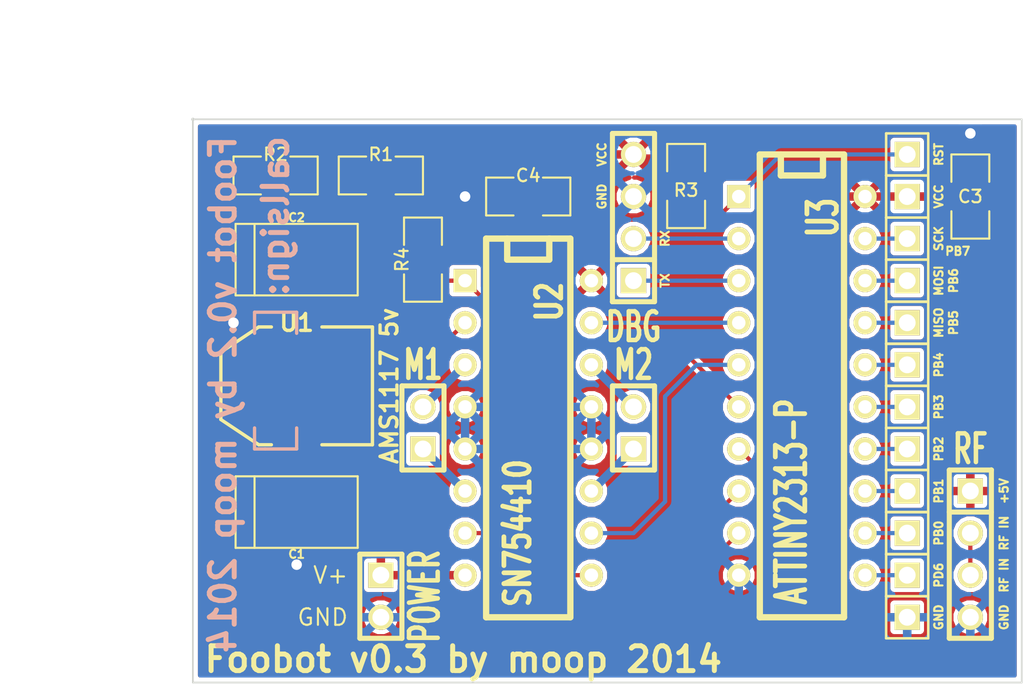
<source format=kicad_pcb>
(kicad_pcb (version 3) (host pcbnew "(2013-03-19 BZR 4004)-stable")

  (general
    (links 55)
    (no_connects 0)
    (area 139.522145 62.150001 219.6084 103.050001)
    (thickness 1.6)
    (drawings 42)
    (tracks 146)
    (zones 0)
    (modules 28)
    (nets 28)
  )

  (page A3)
  (layers
    (15 F.Cu signal)
    (0 B.Cu signal)
    (16 B.Adhes user)
    (17 F.Adhes user)
    (18 B.Paste user)
    (19 F.Paste user)
    (20 B.SilkS user)
    (21 F.SilkS user)
    (22 B.Mask user)
    (23 F.Mask user)
    (24 Dwgs.User user)
    (28 Edge.Cuts user)
  )

  (setup
    (last_trace_width 0.254)
    (trace_clearance 0.254)
    (zone_clearance 0.254)
    (zone_45_only no)
    (trace_min 0.254)
    (segment_width 0.2)
    (edge_width 0.1)
    (via_size 0.889)
    (via_drill 0.635)
    (via_min_size 0.889)
    (via_min_drill 0.508)
    (uvia_size 0.508)
    (uvia_drill 0.127)
    (uvias_allowed no)
    (uvia_min_size 0.508)
    (uvia_min_drill 0.127)
    (pcb_text_width 0.3)
    (pcb_text_size 1.5 1.5)
    (mod_edge_width 0.15)
    (mod_text_size 1 1)
    (mod_text_width 0.15)
    (pad_size 3.6576 2.032)
    (pad_drill 0)
    (pad_to_mask_clearance 0)
    (aux_axis_origin 169 69)
    (visible_elements 7FFFFFFF)
    (pcbplotparams
      (layerselection 284196865)
      (usegerberextensions true)
      (excludeedgelayer true)
      (linewidth 0)
      (plotframeref false)
      (viasonmask false)
      (mode 1)
      (useauxorigin true)
      (hpglpennumber 1)
      (hpglpenspeed 20)
      (hpglpendiameter 15)
      (hpglpenoverlay 2)
      (psnegative false)
      (psa4output false)
      (plotreference true)
      (plotvalue true)
      (plotothertext true)
      (plotinvisibletext false)
      (padsonsilk false)
      (subtractmaskfromsilk false)
      (outputformat 1)
      (mirror false)
      (drillshape 0)
      (scaleselection 1)
      (outputdirectory gerber/))
  )

  (net 0 "")
  (net 1 +5V)
  (net 2 +8V)
  (net 3 /M1_A)
  (net 4 /M1_B)
  (net 5 /M2_A)
  (net 6 /M2_B)
  (net 7 /MISO)
  (net 8 /MOSI)
  (net 9 /PWM)
  (net 10 /RF_IN)
  (net 11 /RST)
  (net 12 /RX)
  (net 13 /SCK)
  (net 14 /TX)
  (net 15 GND)
  (net 16 N-000001)
  (net 17 N-0000013)
  (net 18 N-0000014)
  (net 19 N-0000015)
  (net 20 N-0000016)
  (net 21 N-0000020)
  (net 22 N-0000022)
  (net 23 N-0000024)
  (net 24 N-0000025)
  (net 25 N-0000026)
  (net 26 N-0000027)
  (net 27 N-000003)

  (net_class Default "This is the default net class."
    (clearance 0.254)
    (trace_width 0.254)
    (via_dia 0.889)
    (via_drill 0.635)
    (uvia_dia 0.508)
    (uvia_drill 0.127)
    (add_net "")
    (add_net /M1_A)
    (add_net /M1_B)
    (add_net /M2_A)
    (add_net /M2_B)
    (add_net /MISO)
    (add_net /MOSI)
    (add_net /PWM)
    (add_net /RF_IN)
    (add_net /RST)
    (add_net /RX)
    (add_net /SCK)
    (add_net /TX)
    (add_net N-000001)
    (add_net N-0000013)
    (add_net N-0000014)
    (add_net N-0000015)
    (add_net N-0000016)
    (add_net N-0000020)
    (add_net N-0000022)
    (add_net N-000003)
  )

  (net_class Heavy ""
    (clearance 0.254)
    (trace_width 0.512)
    (via_dia 0.889)
    (via_drill 0.635)
    (uvia_dia 0.508)
    (uvia_drill 0.127)
    (add_net +5V)
    (add_net +8V)
    (add_net GND)
    (add_net N-0000024)
    (add_net N-0000025)
    (add_net N-0000026)
    (add_net N-0000027)
  )

  (module SM1206 (layer F.Cu) (tedit 54552296) (tstamp 5454094A)
    (at 198.755 73.025 270)
    (path /542B112A)
    (attr smd)
    (fp_text reference R3 (at 0.254 0 360) (layer F.SilkS)
      (effects (font (size 0.762 0.762) (thickness 0.127)))
    )
    (fp_text value 10k (at 0 0 270) (layer F.SilkS) hide
      (effects (font (size 0.762 0.762) (thickness 0.127)))
    )
    (fp_line (start -2.54 -1.143) (end -2.54 1.143) (layer F.SilkS) (width 0.127))
    (fp_line (start -2.54 1.143) (end -0.889 1.143) (layer F.SilkS) (width 0.127))
    (fp_line (start 0.889 -1.143) (end 2.54 -1.143) (layer F.SilkS) (width 0.127))
    (fp_line (start 2.54 -1.143) (end 2.54 1.143) (layer F.SilkS) (width 0.127))
    (fp_line (start 2.54 1.143) (end 0.889 1.143) (layer F.SilkS) (width 0.127))
    (fp_line (start -0.889 -1.143) (end -2.54 -1.143) (layer F.SilkS) (width 0.127))
    (pad 1 smd rect (at -1.651 0 270) (size 1.524 2.032)
      (layers F.Cu F.Paste F.Mask)
      (net 1 +5V)
    )
    (pad 2 smd rect (at 1.651 0 270) (size 1.524 2.032)
      (layers F.Cu F.Paste F.Mask)
      (net 11 /RST)
    )
    (model smd/chip_cms.wrl
      (at (xyz 0 0 0))
      (scale (xyz 0.17 0.16 0.16))
      (rotate (xyz 0 0 0))
    )
  )

  (module SM1206 (layer F.Cu) (tedit 545411E8) (tstamp 54540956)
    (at 182.88 77.47 270)
    (path /542EC179)
    (attr smd)
    (fp_text reference R4 (at 0 1.27 270) (layer F.SilkS)
      (effects (font (size 0.762 0.762) (thickness 0.127)))
    )
    (fp_text value 10k (at 0 0 270) (layer F.SilkS) hide
      (effects (font (size 0.762 0.762) (thickness 0.127)))
    )
    (fp_line (start -2.54 -1.143) (end -2.54 1.143) (layer F.SilkS) (width 0.127))
    (fp_line (start -2.54 1.143) (end -0.889 1.143) (layer F.SilkS) (width 0.127))
    (fp_line (start 0.889 -1.143) (end 2.54 -1.143) (layer F.SilkS) (width 0.127))
    (fp_line (start 2.54 -1.143) (end 2.54 1.143) (layer F.SilkS) (width 0.127))
    (fp_line (start 2.54 1.143) (end 0.889 1.143) (layer F.SilkS) (width 0.127))
    (fp_line (start -0.889 -1.143) (end -2.54 -1.143) (layer F.SilkS) (width 0.127))
    (pad 1 smd rect (at -1.651 0 270) (size 1.524 2.032)
      (layers F.Cu F.Paste F.Mask)
      (net 9 /PWM)
    )
    (pad 2 smd rect (at 1.651 0 270) (size 1.524 2.032)
      (layers F.Cu F.Paste F.Mask)
      (net 21 N-0000020)
    )
    (model smd/chip_cms.wrl
      (at (xyz 0 0 0))
      (scale (xyz 0.17 0.16 0.16))
      (rotate (xyz 0 0 0))
    )
  )

  (module SM1206 (layer F.Cu) (tedit 545411E4) (tstamp 54540962)
    (at 173.99 72.39)
    (path /5454052D)
    (attr smd)
    (fp_text reference R2 (at 0 -1.27) (layer F.SilkS)
      (effects (font (size 0.762 0.762) (thickness 0.127)))
    )
    (fp_text value R (at 0 0) (layer F.SilkS) hide
      (effects (font (size 0.762 0.762) (thickness 0.127)))
    )
    (fp_line (start -2.54 -1.143) (end -2.54 1.143) (layer F.SilkS) (width 0.127))
    (fp_line (start -2.54 1.143) (end -0.889 1.143) (layer F.SilkS) (width 0.127))
    (fp_line (start 0.889 -1.143) (end 2.54 -1.143) (layer F.SilkS) (width 0.127))
    (fp_line (start 2.54 -1.143) (end 2.54 1.143) (layer F.SilkS) (width 0.127))
    (fp_line (start 2.54 1.143) (end 0.889 1.143) (layer F.SilkS) (width 0.127))
    (fp_line (start -0.889 -1.143) (end -2.54 -1.143) (layer F.SilkS) (width 0.127))
    (pad 1 smd rect (at -1.651 0) (size 1.524 2.032)
      (layers F.Cu F.Paste F.Mask)
      (net 15 GND)
    )
    (pad 2 smd rect (at 1.651 0) (size 1.524 2.032)
      (layers F.Cu F.Paste F.Mask)
      (net 22 N-0000022)
    )
    (model smd/chip_cms.wrl
      (at (xyz 0 0 0))
      (scale (xyz 0.17 0.16 0.16))
      (rotate (xyz 0 0 0))
    )
  )

  (module SM1206 (layer F.Cu) (tedit 545411E5) (tstamp 5454096E)
    (at 180.34 72.39)
    (path /5454035B)
    (attr smd)
    (fp_text reference R1 (at 0 -1.27) (layer F.SilkS)
      (effects (font (size 0.762 0.762) (thickness 0.127)))
    )
    (fp_text value R (at 0 0) (layer F.SilkS) hide
      (effects (font (size 0.762 0.762) (thickness 0.127)))
    )
    (fp_line (start -2.54 -1.143) (end -2.54 1.143) (layer F.SilkS) (width 0.127))
    (fp_line (start -2.54 1.143) (end -0.889 1.143) (layer F.SilkS) (width 0.127))
    (fp_line (start 0.889 -1.143) (end 2.54 -1.143) (layer F.SilkS) (width 0.127))
    (fp_line (start 2.54 -1.143) (end 2.54 1.143) (layer F.SilkS) (width 0.127))
    (fp_line (start 2.54 1.143) (end 0.889 1.143) (layer F.SilkS) (width 0.127))
    (fp_line (start -0.889 -1.143) (end -2.54 -1.143) (layer F.SilkS) (width 0.127))
    (pad 1 smd rect (at -1.651 0) (size 1.524 2.032)
      (layers F.Cu F.Paste F.Mask)
      (net 22 N-0000022)
    )
    (pad 2 smd rect (at 1.651 0) (size 1.524 2.032)
      (layers F.Cu F.Paste F.Mask)
      (net 1 +5V)
    )
    (model smd/chip_cms.wrl
      (at (xyz 0 0 0))
      (scale (xyz 0.17 0.16 0.16))
      (rotate (xyz 0 0 0))
    )
  )

  (module SIL-4 (layer F.Cu) (tedit 54551A6A) (tstamp 5454097D)
    (at 215.9 95.25 270)
    (descr "Connecteur 4 pibs")
    (tags "CONN DEV")
    (path /542B57CF)
    (fp_text reference RF (at -6.35 0 360) (layer F.SilkS)
      (effects (font (size 1.73482 1.08712) (thickness 0.27178)))
    )
    (fp_text value RF_MOD (at 0 -2.54 270) (layer F.SilkS) hide
      (effects (font (size 1.524 1.016) (thickness 0.3048)))
    )
    (fp_line (start -5.08 -1.27) (end -5.08 -1.27) (layer F.SilkS) (width 0.3048))
    (fp_line (start -5.08 1.27) (end -5.08 -1.27) (layer F.SilkS) (width 0.3048))
    (fp_line (start -5.08 -1.27) (end -5.08 -1.27) (layer F.SilkS) (width 0.3048))
    (fp_line (start -5.08 -1.27) (end 5.08 -1.27) (layer F.SilkS) (width 0.3048))
    (fp_line (start 5.08 -1.27) (end 5.08 1.27) (layer F.SilkS) (width 0.3048))
    (fp_line (start 5.08 1.27) (end -5.08 1.27) (layer F.SilkS) (width 0.3048))
    (fp_line (start -2.54 1.27) (end -2.54 -1.27) (layer F.SilkS) (width 0.3048))
    (pad 1 thru_hole rect (at -3.81 0 270) (size 1.524 1.524) (drill 1.016)
      (layers *.Cu *.Mask F.SilkS)
      (net 1 +5V)
    )
    (pad 2 thru_hole circle (at -1.27 0 270) (size 1.524 1.524) (drill 1.016)
      (layers *.Cu *.Mask F.SilkS)
      (net 10 /RF_IN)
    )
    (pad 3 thru_hole circle (at 1.27 0 270) (size 1.524 1.524) (drill 1.016)
      (layers *.Cu *.Mask F.SilkS)
      (net 10 /RF_IN)
    )
    (pad 4 thru_hole circle (at 3.81 0 270) (size 1.524 1.524) (drill 1.016)
      (layers *.Cu *.Mask F.SilkS)
      (net 15 GND)
    )
  )

  (module SIL-4 (layer F.Cu) (tedit 54551A70) (tstamp 5454098C)
    (at 195.58 74.93 90)
    (descr "Connecteur 4 pibs")
    (tags "CONN DEV")
    (path /542B346E)
    (fp_text reference DBG (at -6.604 0 180) (layer F.SilkS)
      (effects (font (size 1.73482 1.08712) (thickness 0.27178)))
    )
    (fp_text value DEBUG (at 0 -2.54 90) (layer F.SilkS) hide
      (effects (font (size 1.524 1.016) (thickness 0.3048)))
    )
    (fp_line (start -5.08 -1.27) (end -5.08 -1.27) (layer F.SilkS) (width 0.3048))
    (fp_line (start -5.08 1.27) (end -5.08 -1.27) (layer F.SilkS) (width 0.3048))
    (fp_line (start -5.08 -1.27) (end -5.08 -1.27) (layer F.SilkS) (width 0.3048))
    (fp_line (start -5.08 -1.27) (end 5.08 -1.27) (layer F.SilkS) (width 0.3048))
    (fp_line (start 5.08 -1.27) (end 5.08 1.27) (layer F.SilkS) (width 0.3048))
    (fp_line (start 5.08 1.27) (end -5.08 1.27) (layer F.SilkS) (width 0.3048))
    (fp_line (start -2.54 1.27) (end -2.54 -1.27) (layer F.SilkS) (width 0.3048))
    (pad 1 thru_hole rect (at -3.81 0 90) (size 1.524 1.524) (drill 1.016)
      (layers *.Cu *.Mask F.SilkS)
      (net 14 /TX)
    )
    (pad 2 thru_hole circle (at -1.27 0 90) (size 1.524 1.524) (drill 1.016)
      (layers *.Cu *.Mask F.SilkS)
      (net 12 /RX)
    )
    (pad 3 thru_hole circle (at 1.27 0 90) (size 1.524 1.524) (drill 1.016)
      (layers *.Cu *.Mask F.SilkS)
      (net 15 GND)
    )
    (pad 4 thru_hole circle (at 3.81 0 90) (size 1.524 1.524) (drill 1.016)
      (layers *.Cu *.Mask F.SilkS)
      (net 1 +5V)
    )
  )

  (module SIL-2 (layer F.Cu) (tedit 54569E2D) (tstamp 54551B3E)
    (at 195.58 87.63 90)
    (descr "Connecteurs 2 pins")
    (tags "CONN DEV")
    (path /542AF0B0)
    (fp_text reference M2 (at 3.81 0 180) (layer F.SilkS)
      (effects (font (size 1.72974 1.08712) (thickness 0.27178)))
    )
    (fp_text value MOTOR_2 (at 0 -2.54 90) (layer F.SilkS) hide
      (effects (font (size 1.524 1.016) (thickness 0.3048)))
    )
    (fp_line (start -2.54 1.27) (end -2.54 -1.27) (layer F.SilkS) (width 0.3048))
    (fp_line (start -2.54 -1.27) (end 2.54 -1.27) (layer F.SilkS) (width 0.3048))
    (fp_line (start 2.54 -1.27) (end 2.54 1.27) (layer F.SilkS) (width 0.3048))
    (fp_line (start 2.54 1.27) (end -2.54 1.27) (layer F.SilkS) (width 0.3048))
    (pad 1 thru_hole rect (at -1.27 0 90) (size 1.524 1.524) (drill 1.016)
      (layers *.Cu *.Mask F.SilkS)
      (net 25 N-0000026)
    )
    (pad 2 thru_hole circle (at 1.27 0 90) (size 1.524 1.524) (drill 1.016)
      (layers *.Cu *.Mask F.SilkS)
      (net 24 N-0000025)
    )
  )

  (module SIL-2 (layer F.Cu) (tedit 54569F74) (tstamp 545409A0)
    (at 180.34 97.79 270)
    (descr "Connecteurs 2 pins")
    (tags "CONN DEV")
    (path /542B0463)
    (fp_text reference POWER (at 0 -2.6416 270) (layer F.SilkS)
      (effects (font (size 1.72974 1.08712) (thickness 0.27178)))
    )
    (fp_text value BATT (at 0 -2.54 270) (layer F.SilkS) hide
      (effects (font (size 1.524 1.016) (thickness 0.3048)))
    )
    (fp_line (start -2.54 1.27) (end -2.54 -1.27) (layer F.SilkS) (width 0.3048))
    (fp_line (start -2.54 -1.27) (end 2.54 -1.27) (layer F.SilkS) (width 0.3048))
    (fp_line (start 2.54 -1.27) (end 2.54 1.27) (layer F.SilkS) (width 0.3048))
    (fp_line (start 2.54 1.27) (end -2.54 1.27) (layer F.SilkS) (width 0.3048))
    (pad 1 thru_hole rect (at -1.27 0 270) (size 1.524 1.524) (drill 1.016)
      (layers *.Cu *.Mask F.SilkS)
      (net 2 +8V)
    )
    (pad 2 thru_hole circle (at 1.27 0 270) (size 1.524 1.524) (drill 1.016)
      (layers *.Cu *.Mask F.SilkS)
      (net 15 GND)
    )
  )

  (module SIL-2 (layer F.Cu) (tedit 54551A77) (tstamp 545409AA)
    (at 182.88 87.63 90)
    (descr "Connecteurs 2 pins")
    (tags "CONN DEV")
    (path /542AF0E6)
    (fp_text reference M1 (at 3.81 0 180) (layer F.SilkS)
      (effects (font (size 1.72974 1.08712) (thickness 0.27178)))
    )
    (fp_text value MOTOR_1 (at 0 -2.54 90) (layer F.SilkS) hide
      (effects (font (size 1.524 1.016) (thickness 0.3048)))
    )
    (fp_line (start -2.54 1.27) (end -2.54 -1.27) (layer F.SilkS) (width 0.3048))
    (fp_line (start -2.54 -1.27) (end 2.54 -1.27) (layer F.SilkS) (width 0.3048))
    (fp_line (start 2.54 -1.27) (end 2.54 1.27) (layer F.SilkS) (width 0.3048))
    (fp_line (start 2.54 1.27) (end -2.54 1.27) (layer F.SilkS) (width 0.3048))
    (pad 1 thru_hole rect (at -1.27 0 90) (size 1.524 1.524) (drill 1.016)
      (layers *.Cu *.Mask F.SilkS)
      (net 26 N-0000027)
    )
    (pad 2 thru_hole circle (at 1.27 0 90) (size 1.524 1.524) (drill 1.016)
      (layers *.Cu *.Mask F.SilkS)
      (net 23 N-0000024)
    )
  )

  (module c_tant_D (layer F.Cu) (tedit 545411E2) (tstamp 545409F0)
    (at 175.26 92.71 180)
    (descr "SMT capacitor, tantalum size D")
    (path /54540B1D)
    (fp_text reference C1 (at 0 -2.54 180) (layer F.SilkS)
      (effects (font (size 0.50038 0.50038) (thickness 0.11938)))
    )
    (fp_text value 10u (at 0 2.7305 180) (layer F.SilkS) hide
      (effects (font (size 0.50038 0.50038) (thickness 0.11938)))
    )
    (fp_line (start 2.54 -2.159) (end 2.54 2.159) (layer F.SilkS) (width 0.127))
    (fp_line (start -3.683 -2.159) (end -3.683 2.159) (layer F.SilkS) (width 0.127))
    (fp_line (start -3.683 2.159) (end 3.683 2.159) (layer F.SilkS) (width 0.127))
    (fp_line (start 3.683 2.159) (end 3.683 -2.159) (layer F.SilkS) (width 0.127))
    (fp_line (start 3.683 -2.159) (end -3.683 -2.159) (layer F.SilkS) (width 0.127))
    (pad 1 smd rect (at 2.99974 0 180) (size 2.55016 2.70002)
      (layers F.Cu F.Paste F.Mask)
      (net 15 GND)
    )
    (pad 2 smd rect (at -2.99974 0 180) (size 2.55016 3.79984)
      (layers F.Cu F.Paste F.Mask)
      (net 22 N-0000022)
    )
    (model smd/capacitors/c_tant_D.wrl
      (at (xyz 0 0 0))
      (scale (xyz 1 1 1))
      (rotate (xyz 0 0 0))
    )
  )

  (module c_tant_D (layer F.Cu) (tedit 545411D5) (tstamp 545409FB)
    (at 175.26 77.47 180)
    (descr "SMT capacitor, tantalum size D")
    (path /542B129D)
    (fp_text reference C2 (at 0 2.54 180) (layer F.SilkS)
      (effects (font (size 0.50038 0.50038) (thickness 0.11938)))
    )
    (fp_text value 22u (at 0 2.7305 180) (layer F.SilkS) hide
      (effects (font (size 0.50038 0.50038) (thickness 0.11938)))
    )
    (fp_line (start 2.54 -2.159) (end 2.54 2.159) (layer F.SilkS) (width 0.127))
    (fp_line (start -3.683 -2.159) (end -3.683 2.159) (layer F.SilkS) (width 0.127))
    (fp_line (start -3.683 2.159) (end 3.683 2.159) (layer F.SilkS) (width 0.127))
    (fp_line (start 3.683 2.159) (end 3.683 -2.159) (layer F.SilkS) (width 0.127))
    (fp_line (start 3.683 -2.159) (end -3.683 -2.159) (layer F.SilkS) (width 0.127))
    (pad 1 smd rect (at 2.99974 0 180) (size 2.55016 2.70002)
      (layers F.Cu F.Paste F.Mask)
      (net 15 GND)
    )
    (pad 2 smd rect (at -2.99974 0 180) (size 2.55016 3.79984)
      (layers F.Cu F.Paste F.Mask)
      (net 1 +5V)
    )
    (model smd/capacitors/c_tant_D.wrl
      (at (xyz 0 0 0))
      (scale (xyz 1 1 1))
      (rotate (xyz 0 0 0))
    )
  )

  (module DIP-16__300 (layer F.Cu) (tedit 545513FD) (tstamp 5454093E)
    (at 189.23 87.63 270)
    (descr "16 pins DIL package, round pads")
    (tags DIL)
    (path /542AEE86)
    (fp_text reference U2 (at -7.62 -1.27 270) (layer F.SilkS)
      (effects (font (size 1.524 1.143) (thickness 0.3048)))
    )
    (fp_text value SN754410 (at 6.35 0.635 270) (layer F.SilkS)
      (effects (font (size 1.524 1.143) (thickness 0.3048)))
    )
    (fp_line (start -11.43 -1.27) (end -11.43 -1.27) (layer F.SilkS) (width 0.381))
    (fp_line (start -11.43 -1.27) (end -10.16 -1.27) (layer F.SilkS) (width 0.381))
    (fp_line (start -10.16 -1.27) (end -10.16 1.27) (layer F.SilkS) (width 0.381))
    (fp_line (start -10.16 1.27) (end -11.43 1.27) (layer F.SilkS) (width 0.381))
    (fp_line (start -11.43 -2.54) (end 11.43 -2.54) (layer F.SilkS) (width 0.381))
    (fp_line (start 11.43 -2.54) (end 11.43 2.54) (layer F.SilkS) (width 0.381))
    (fp_line (start 11.43 2.54) (end -11.43 2.54) (layer F.SilkS) (width 0.381))
    (fp_line (start -11.43 2.54) (end -11.43 -2.54) (layer F.SilkS) (width 0.381))
    (pad 1 thru_hole rect (at -8.89 3.81 270) (size 1.397 1.397) (drill 0.812799)
      (layers *.Cu *.Mask F.SilkS)
      (net 21 N-0000020)
    )
    (pad 2 thru_hole circle (at -6.35 3.81 270) (size 1.397 1.397) (drill 0.812799)
      (layers *.Cu *.Mask F.SilkS)
      (net 3 /M1_A)
    )
    (pad 3 thru_hole circle (at -3.81 3.81 270) (size 1.397 1.397) (drill 0.812799)
      (layers *.Cu *.Mask F.SilkS)
      (net 23 N-0000024)
    )
    (pad 4 thru_hole circle (at -1.27 3.81 270) (size 1.397 1.397) (drill 0.812799)
      (layers *.Cu *.Mask F.SilkS)
      (net 15 GND)
    )
    (pad 5 thru_hole circle (at 1.27 3.81 270) (size 1.397 1.397) (drill 0.812799)
      (layers *.Cu *.Mask F.SilkS)
      (net 15 GND)
    )
    (pad 6 thru_hole circle (at 3.81 3.81 270) (size 1.397 1.397) (drill 0.812799)
      (layers *.Cu *.Mask F.SilkS)
      (net 26 N-0000027)
    )
    (pad 7 thru_hole circle (at 6.35 3.81 270) (size 1.397 1.397) (drill 0.812799)
      (layers *.Cu *.Mask F.SilkS)
      (net 4 /M1_B)
    )
    (pad 8 thru_hole circle (at 8.89 3.81 270) (size 1.397 1.397) (drill 0.812799)
      (layers *.Cu *.Mask F.SilkS)
      (net 2 +8V)
    )
    (pad 9 thru_hole circle (at 8.89 -3.81 270) (size 1.397 1.397) (drill 0.812799)
      (layers *.Cu *.Mask F.SilkS)
      (net 21 N-0000020)
    )
    (pad 10 thru_hole circle (at 6.35 -3.81 270) (size 1.397 1.397) (drill 0.812799)
      (layers *.Cu *.Mask F.SilkS)
      (net 6 /M2_B)
    )
    (pad 11 thru_hole circle (at 3.81 -3.81 270) (size 1.397 1.397) (drill 0.812799)
      (layers *.Cu *.Mask F.SilkS)
      (net 25 N-0000026)
    )
    (pad 12 thru_hole circle (at 1.27 -3.81 270) (size 1.397 1.397) (drill 0.812799)
      (layers *.Cu *.Mask F.SilkS)
      (net 15 GND)
    )
    (pad 13 thru_hole circle (at -1.27 -3.81 270) (size 1.397 1.397) (drill 0.812799)
      (layers *.Cu *.Mask F.SilkS)
      (net 15 GND)
    )
    (pad 14 thru_hole circle (at -3.81 -3.81 270) (size 1.397 1.397) (drill 0.812799)
      (layers *.Cu *.Mask F.SilkS)
      (net 24 N-0000025)
    )
    (pad 15 thru_hole circle (at -6.35 -3.81 270) (size 1.397 1.397) (drill 0.812799)
      (layers *.Cu *.Mask F.SilkS)
      (net 5 /M2_A)
    )
    (pad 16 thru_hole circle (at -8.89 -3.81 270) (size 1.397 1.397) (drill 0.812799)
      (layers *.Cu *.Mask F.SilkS)
      (net 1 +5V)
    )
    (model dil/dil_16.wrl
      (at (xyz 0 0 0))
      (scale (xyz 1 1 1))
      (rotate (xyz 0 0 0))
    )
  )

  (module SOT223 (layer F.Cu) (tedit 5474EBD6) (tstamp 545409E5)
    (at 175.26 85.09 90)
    (descr "module CMS SOT223 4 pins")
    (tags "CMS SOT")
    (path /5453FFDB)
    (attr smd)
    (fp_text reference U1 (at 3.81 0 180) (layer F.SilkS)
      (effects (font (size 1.016 1.016) (thickness 0.2032)))
    )
    (fp_text value "AMS1117 5v" (at 0 5.588 90) (layer F.SilkS)
      (effects (font (size 1.016 1.016) (thickness 0.2032)))
    )
    (fp_line (start -3.556 1.524) (end -3.556 4.572) (layer F.SilkS) (width 0.2032))
    (fp_line (start -3.556 4.572) (end 3.556 4.572) (layer F.SilkS) (width 0.2032))
    (fp_line (start 3.556 4.572) (end 3.556 1.524) (layer F.SilkS) (width 0.2032))
    (fp_line (start -3.556 -1.524) (end -3.556 -2.286) (layer F.SilkS) (width 0.2032))
    (fp_line (start -3.556 -2.286) (end -2.032 -4.572) (layer F.SilkS) (width 0.2032))
    (fp_line (start -2.032 -4.572) (end 2.032 -4.572) (layer F.SilkS) (width 0.2032))
    (fp_line (start 2.032 -4.572) (end 3.556 -2.286) (layer F.SilkS) (width 0.2032))
    (fp_line (start 3.556 -2.286) (end 3.556 -1.524) (layer F.SilkS) (width 0.2032))
    (pad 4 smd rect (at 0 -3.302 90) (size 3.6576 2.032)
      (layers F.Cu F.Paste F.Mask)
      (net 1 +5V)
    )
    (pad 2 smd rect (at 0 3.302 90) (size 1.016 2.032)
      (layers F.Cu F.Paste F.Mask)
      (net 1 +5V)
    )
    (pad 3 smd rect (at 2.286 3.302 90) (size 1.016 2.032)
      (layers F.Cu F.Paste F.Mask)
      (net 2 +8V)
    )
    (pad 1 smd rect (at -2.286 3.302 90) (size 1.016 2.032)
      (layers F.Cu F.Paste F.Mask)
      (net 22 N-0000022)
    )
    (model smd/SOT223.wrl
      (at (xyz 0 0 0))
      (scale (xyz 0.4 0.4 0.4))
      (rotate (xyz 0 0 0))
    )
  )

  (module DIP-20__300 (layer F.Cu) (tedit 54551404) (tstamp 545412BC)
    (at 205.74 85.09 270)
    (descr "20 pins DIL package, round pads")
    (tags DIL)
    (path /542B111B)
    (fp_text reference U3 (at -10.16 -1.27 270) (layer F.SilkS)
      (effects (font (size 1.778 1.143) (thickness 0.3048)))
    )
    (fp_text value ATTINY2313-P (at 6.985 0.635 270) (layer F.SilkS)
      (effects (font (size 1.778 1.143) (thickness 0.3048)))
    )
    (fp_line (start -13.97 -1.27) (end -12.7 -1.27) (layer F.SilkS) (width 0.381))
    (fp_line (start -12.7 -1.27) (end -12.7 1.27) (layer F.SilkS) (width 0.381))
    (fp_line (start -12.7 1.27) (end -13.97 1.27) (layer F.SilkS) (width 0.381))
    (fp_line (start -13.97 -2.54) (end 13.97 -2.54) (layer F.SilkS) (width 0.381))
    (fp_line (start 13.97 -2.54) (end 13.97 2.54) (layer F.SilkS) (width 0.381))
    (fp_line (start 13.97 2.54) (end -13.97 2.54) (layer F.SilkS) (width 0.381))
    (fp_line (start -13.97 2.54) (end -13.97 -2.54) (layer F.SilkS) (width 0.381))
    (pad 1 thru_hole rect (at -11.43 3.81 270) (size 1.397 1.397) (drill 0.812799)
      (layers *.Cu *.Mask F.SilkS)
      (net 11 /RST)
    )
    (pad 2 thru_hole circle (at -8.89 3.81 270) (size 1.397 1.397) (drill 0.812799)
      (layers *.Cu *.Mask F.SilkS)
      (net 12 /RX)
    )
    (pad 3 thru_hole circle (at -6.35 3.81 270) (size 1.397 1.397) (drill 0.812799)
      (layers *.Cu *.Mask F.SilkS)
      (net 14 /TX)
    )
    (pad 4 thru_hole circle (at -3.81 3.81 270) (size 1.397 1.397) (drill 0.812799)
      (layers *.Cu *.Mask F.SilkS)
      (net 5 /M2_A)
    )
    (pad 5 thru_hole circle (at -1.27 3.81 270) (size 1.397 1.397) (drill 0.812799)
      (layers *.Cu *.Mask F.SilkS)
      (net 6 /M2_B)
    )
    (pad 6 thru_hole circle (at 1.27 3.81 270) (size 1.397 1.397) (drill 0.812799)
      (layers *.Cu *.Mask F.SilkS)
      (net 9 /PWM)
    )
    (pad 7 thru_hole circle (at 3.81 3.81 270) (size 1.397 1.397) (drill 0.812799)
      (layers *.Cu *.Mask F.SilkS)
      (net 10 /RF_IN)
    )
    (pad 8 thru_hole circle (at 6.35 3.81 270) (size 1.397 1.397) (drill 0.812799)
      (layers *.Cu *.Mask F.SilkS)
      (net 4 /M1_B)
    )
    (pad 9 thru_hole circle (at 8.89 3.81 270) (size 1.397 1.397) (drill 0.812799)
      (layers *.Cu *.Mask F.SilkS)
      (net 3 /M1_A)
    )
    (pad 10 thru_hole circle (at 11.43 3.81 270) (size 1.397 1.397) (drill 0.812799)
      (layers *.Cu *.Mask F.SilkS)
      (net 15 GND)
    )
    (pad 11 thru_hole circle (at 11.43 -3.81 270) (size 1.397 1.397) (drill 0.812799)
      (layers *.Cu *.Mask F.SilkS)
      (net 27 N-000003)
    )
    (pad 12 thru_hole circle (at 8.89 -3.81 270) (size 1.397 1.397) (drill 0.812799)
      (layers *.Cu *.Mask F.SilkS)
      (net 17 N-0000013)
    )
    (pad 13 thru_hole circle (at 6.35 -3.81 270) (size 1.397 1.397) (drill 0.812799)
      (layers *.Cu *.Mask F.SilkS)
      (net 18 N-0000014)
    )
    (pad 14 thru_hole circle (at 3.81 -3.81 270) (size 1.397 1.397) (drill 0.812799)
      (layers *.Cu *.Mask F.SilkS)
      (net 19 N-0000015)
    )
    (pad 15 thru_hole circle (at 1.27 -3.81 270) (size 1.397 1.397) (drill 0.812799)
      (layers *.Cu *.Mask F.SilkS)
      (net 20 N-0000016)
    )
    (pad 16 thru_hole circle (at -1.27 -3.81 270) (size 1.397 1.397) (drill 0.812799)
      (layers *.Cu *.Mask F.SilkS)
      (net 16 N-000001)
    )
    (pad 17 thru_hole circle (at -3.81 -3.81 270) (size 1.397 1.397) (drill 0.812799)
      (layers *.Cu *.Mask F.SilkS)
      (net 8 /MOSI)
    )
    (pad 18 thru_hole circle (at -6.35 -3.81 270) (size 1.397 1.397) (drill 0.812799)
      (layers *.Cu *.Mask F.SilkS)
      (net 7 /MISO)
    )
    (pad 19 thru_hole circle (at -8.89 -3.81 270) (size 1.397 1.397) (drill 0.812799)
      (layers *.Cu *.Mask F.SilkS)
      (net 13 /SCK)
    )
    (pad 20 thru_hole circle (at -11.43 -3.81 270) (size 1.397 1.397) (drill 0.812799)
      (layers *.Cu *.Mask F.SilkS)
      (net 1 +5V)
    )
    (model dil/dil_20.wrl
      (at (xyz 0 0 0))
      (scale (xyz 1 1 1))
      (rotate (xyz 0 0 0))
    )
  )

  (module SM1206 (layer F.Cu) (tedit 5455229A) (tstamp 5455105E)
    (at 215.9 73.66 90)
    (path /545510F4)
    (attr smd)
    (fp_text reference C3 (at 0 0 180) (layer F.SilkS)
      (effects (font (size 0.762 0.762) (thickness 0.127)))
    )
    (fp_text value C (at 0 0 90) (layer F.SilkS) hide
      (effects (font (size 0.762 0.762) (thickness 0.127)))
    )
    (fp_line (start -2.54 -1.143) (end -2.54 1.143) (layer F.SilkS) (width 0.127))
    (fp_line (start -2.54 1.143) (end -0.889 1.143) (layer F.SilkS) (width 0.127))
    (fp_line (start 0.889 -1.143) (end 2.54 -1.143) (layer F.SilkS) (width 0.127))
    (fp_line (start 2.54 -1.143) (end 2.54 1.143) (layer F.SilkS) (width 0.127))
    (fp_line (start 2.54 1.143) (end 0.889 1.143) (layer F.SilkS) (width 0.127))
    (fp_line (start -0.889 -1.143) (end -2.54 -1.143) (layer F.SilkS) (width 0.127))
    (pad 1 smd rect (at -1.651 0 90) (size 1.524 2.032)
      (layers F.Cu F.Paste F.Mask)
      (net 1 +5V)
    )
    (pad 2 smd rect (at 1.651 0 90) (size 1.524 2.032)
      (layers F.Cu F.Paste F.Mask)
      (net 15 GND)
    )
    (model smd/chip_cms.wrl
      (at (xyz 0 0 0))
      (scale (xyz 0.17 0.16 0.16))
      (rotate (xyz 0 0 0))
    )
  )

  (module SM1206 (layer F.Cu) (tedit 54551210) (tstamp 5455106A)
    (at 189.23 73.66 180)
    (path /54551208)
    (attr smd)
    (fp_text reference C4 (at 0 1.27 180) (layer F.SilkS)
      (effects (font (size 0.762 0.762) (thickness 0.127)))
    )
    (fp_text value C (at 0 0 180) (layer F.SilkS) hide
      (effects (font (size 0.762 0.762) (thickness 0.127)))
    )
    (fp_line (start -2.54 -1.143) (end -2.54 1.143) (layer F.SilkS) (width 0.127))
    (fp_line (start -2.54 1.143) (end -0.889 1.143) (layer F.SilkS) (width 0.127))
    (fp_line (start 0.889 -1.143) (end 2.54 -1.143) (layer F.SilkS) (width 0.127))
    (fp_line (start 2.54 -1.143) (end 2.54 1.143) (layer F.SilkS) (width 0.127))
    (fp_line (start 2.54 1.143) (end 0.889 1.143) (layer F.SilkS) (width 0.127))
    (fp_line (start -0.889 -1.143) (end -2.54 -1.143) (layer F.SilkS) (width 0.127))
    (pad 1 smd rect (at -1.651 0 180) (size 1.524 2.032)
      (layers F.Cu F.Paste F.Mask)
      (net 1 +5V)
    )
    (pad 2 smd rect (at 1.651 0 180) (size 1.524 2.032)
      (layers F.Cu F.Paste F.Mask)
      (net 15 GND)
    )
    (model smd/chip_cms.wrl
      (at (xyz 0 0 0))
      (scale (xyz 0.17 0.16 0.16))
      (rotate (xyz 0 0 0))
    )
  )

  (module PIN_ARRAY_1 (layer F.Cu) (tedit 54551BD4) (tstamp 54540886)
    (at 212.09 88.9)
    (descr "1 pin")
    (tags "CONN DEV")
    (path /54541440)
    (fp_text reference P6 (at 0 -1.905) (layer F.SilkS) hide
      (effects (font (size 0.762 0.762) (thickness 0.1524)))
    )
    (fp_text value PB2 (at 0 -1.905) (layer F.SilkS) hide
      (effects (font (size 0.762 0.762) (thickness 0.1524)))
    )
    (fp_line (start 1.27 1.27) (end -1.27 1.27) (layer F.SilkS) (width 0.1524))
    (fp_line (start -1.27 -1.27) (end 1.27 -1.27) (layer F.SilkS) (width 0.1524))
    (fp_line (start -1.27 1.27) (end -1.27 -1.27) (layer F.SilkS) (width 0.1524))
    (fp_line (start 1.27 -1.27) (end 1.27 1.27) (layer F.SilkS) (width 0.1524))
    (pad 1 thru_hole rect (at 0 0) (size 1.524 1.524) (drill 1.016)
      (layers *.Cu *.Mask F.SilkS)
      (net 19 N-0000015)
    )
    (model pin_array\pin_1.wrl
      (at (xyz 0 0 0))
      (scale (xyz 1 1 1))
      (rotate (xyz 0 0 0))
    )
  )

  (module PIN_ARRAY_1 (layer F.Cu) (tedit 54551BDD) (tstamp 54540894)
    (at 212.09 93.98)
    (descr "1 pin")
    (tags "CONN DEV")
    (path /5454145C)
    (fp_text reference P4 (at 0 -1.905) (layer F.SilkS) hide
      (effects (font (size 0.762 0.762) (thickness 0.1524)))
    )
    (fp_text value PB0 (at 0 -1.905) (layer F.SilkS) hide
      (effects (font (size 0.762 0.762) (thickness 0.1524)))
    )
    (fp_line (start 1.27 1.27) (end -1.27 1.27) (layer F.SilkS) (width 0.1524))
    (fp_line (start -1.27 -1.27) (end 1.27 -1.27) (layer F.SilkS) (width 0.1524))
    (fp_line (start -1.27 1.27) (end -1.27 -1.27) (layer F.SilkS) (width 0.1524))
    (fp_line (start 1.27 -1.27) (end 1.27 1.27) (layer F.SilkS) (width 0.1524))
    (pad 1 thru_hole rect (at 0 0) (size 1.524 1.524) (drill 1.016)
      (layers *.Cu *.Mask F.SilkS)
      (net 17 N-0000013)
    )
    (model pin_array\pin_1.wrl
      (at (xyz 0 0 0))
      (scale (xyz 1 1 1))
      (rotate (xyz 0 0 0))
    )
  )

  (module PIN_ARRAY_1 (layer F.Cu) (tedit 54551BDA) (tstamp 545408A2)
    (at 212.09 91.44)
    (descr "1 pin")
    (tags "CONN DEV")
    (path /5454144C)
    (fp_text reference P5 (at 0 -1.905) (layer F.SilkS) hide
      (effects (font (size 0.762 0.762) (thickness 0.1524)))
    )
    (fp_text value PB1 (at 0 -1.905) (layer F.SilkS) hide
      (effects (font (size 0.762 0.762) (thickness 0.1524)))
    )
    (fp_line (start 1.27 1.27) (end -1.27 1.27) (layer F.SilkS) (width 0.1524))
    (fp_line (start -1.27 -1.27) (end 1.27 -1.27) (layer F.SilkS) (width 0.1524))
    (fp_line (start -1.27 1.27) (end -1.27 -1.27) (layer F.SilkS) (width 0.1524))
    (fp_line (start 1.27 -1.27) (end 1.27 1.27) (layer F.SilkS) (width 0.1524))
    (pad 1 thru_hole rect (at 0 0) (size 1.524 1.524) (drill 1.016)
      (layers *.Cu *.Mask F.SilkS)
      (net 18 N-0000014)
    )
    (model pin_array\pin_1.wrl
      (at (xyz 0 0 0))
      (scale (xyz 1 1 1))
      (rotate (xyz 0 0 0))
    )
  )

  (module PIN_ARRAY_1 (layer F.Cu) (tedit 54551BCC) (tstamp 545408B0)
    (at 212.09 83.82)
    (descr "1 pin")
    (tags "CONN DEV")
    (path /542B1DDD)
    (fp_text reference P8 (at 0 -1.905) (layer F.SilkS) hide
      (effects (font (size 0.762 0.762) (thickness 0.1524)))
    )
    (fp_text value PB4 (at 0 -1.905) (layer F.SilkS) hide
      (effects (font (size 0.762 0.762) (thickness 0.1524)))
    )
    (fp_line (start 1.27 1.27) (end -1.27 1.27) (layer F.SilkS) (width 0.1524))
    (fp_line (start -1.27 -1.27) (end 1.27 -1.27) (layer F.SilkS) (width 0.1524))
    (fp_line (start -1.27 1.27) (end -1.27 -1.27) (layer F.SilkS) (width 0.1524))
    (fp_line (start 1.27 -1.27) (end 1.27 1.27) (layer F.SilkS) (width 0.1524))
    (pad 1 thru_hole rect (at 0 0) (size 1.524 1.524) (drill 1.016)
      (layers *.Cu *.Mask F.SilkS)
      (net 16 N-000001)
    )
    (model pin_array\pin_1.wrl
      (at (xyz 0 0 0))
      (scale (xyz 1 1 1))
      (rotate (xyz 0 0 0))
    )
  )

  (module PIN_ARRAY_1 (layer F.Cu) (tedit 54551BE2) (tstamp 545408BE)
    (at 212.09 96.52)
    (descr "1 pin")
    (tags "CONN DEV")
    (path /542B1B99)
    (fp_text reference P10 (at 0 -1.905) (layer F.SilkS) hide
      (effects (font (size 0.762 0.762) (thickness 0.1524)))
    )
    (fp_text value PD6 (at 0 -1.905) (layer F.SilkS) hide
      (effects (font (size 0.762 0.762) (thickness 0.1524)))
    )
    (fp_line (start 1.27 1.27) (end -1.27 1.27) (layer F.SilkS) (width 0.1524))
    (fp_line (start -1.27 -1.27) (end 1.27 -1.27) (layer F.SilkS) (width 0.1524))
    (fp_line (start -1.27 1.27) (end -1.27 -1.27) (layer F.SilkS) (width 0.1524))
    (fp_line (start 1.27 -1.27) (end 1.27 1.27) (layer F.SilkS) (width 0.1524))
    (pad 1 thru_hole rect (at 0 0) (size 1.524 1.524) (drill 1.016)
      (layers *.Cu *.Mask F.SilkS)
      (net 27 N-000003)
    )
    (model pin_array\pin_1.wrl
      (at (xyz 0 0 0))
      (scale (xyz 1 1 1))
      (rotate (xyz 0 0 0))
    )
  )

  (module PIN_ARRAY_1 (layer F.Cu) (tedit 54551BB7) (tstamp 545408DA)
    (at 212.09 78.74)
    (descr "1 pin")
    (tags "CONN DEV")
    (path /542B038D)
    (fp_text reference P13 (at 1.905 0 90) (layer F.SilkS) hide
      (effects (font (size 0.762 0.762) (thickness 0.1524)))
    )
    (fp_text value MISO (at 0 -1.905) (layer F.SilkS) hide
      (effects (font (size 0.762 0.762) (thickness 0.1524)))
    )
    (fp_line (start 1.27 1.27) (end -1.27 1.27) (layer F.SilkS) (width 0.1524))
    (fp_line (start -1.27 -1.27) (end 1.27 -1.27) (layer F.SilkS) (width 0.1524))
    (fp_line (start -1.27 1.27) (end -1.27 -1.27) (layer F.SilkS) (width 0.1524))
    (fp_line (start 1.27 -1.27) (end 1.27 1.27) (layer F.SilkS) (width 0.1524))
    (pad 1 thru_hole rect (at 0 0) (size 1.524 1.524) (drill 1.016)
      (layers *.Cu *.Mask F.SilkS)
      (net 7 /MISO)
    )
    (model pin_array\pin_1.wrl
      (at (xyz 0 0 0))
      (scale (xyz 1 1 1))
      (rotate (xyz 0 0 0))
    )
  )

  (module PIN_ARRAY_1 (layer F.Cu) (tedit 54551BB9) (tstamp 545408E8)
    (at 212.09 76.2)
    (descr "1 pin")
    (tags "CONN DEV")
    (path /542B039A)
    (fp_text reference P14 (at 1.905 0 90) (layer F.SilkS) hide
      (effects (font (size 0.762 0.762) (thickness 0.1524)))
    )
    (fp_text value SCK (at 0 -1.905) (layer F.SilkS) hide
      (effects (font (size 0.762 0.762) (thickness 0.1524)))
    )
    (fp_line (start 1.27 1.27) (end -1.27 1.27) (layer F.SilkS) (width 0.1524))
    (fp_line (start -1.27 -1.27) (end 1.27 -1.27) (layer F.SilkS) (width 0.1524))
    (fp_line (start -1.27 1.27) (end -1.27 -1.27) (layer F.SilkS) (width 0.1524))
    (fp_line (start 1.27 -1.27) (end 1.27 1.27) (layer F.SilkS) (width 0.1524))
    (pad 1 thru_hole rect (at 0 0) (size 1.524 1.524) (drill 1.016)
      (layers *.Cu *.Mask F.SilkS)
      (net 13 /SCK)
    )
    (model pin_array\pin_1.wrl
      (at (xyz 0 0 0))
      (scale (xyz 1 1 1))
      (rotate (xyz 0 0 0))
    )
  )

  (module PIN_ARRAY_1 (layer F.Cu) (tedit 54552031) (tstamp 545408F6)
    (at 212.09 71.12 180)
    (descr "1 pin")
    (tags "CONN DEV")
    (path /542B03A0)
    (fp_text reference P15 (at -1.905 -2.54 270) (layer F.SilkS) hide
      (effects (font (size 0.762 0.762) (thickness 0.1524)))
    )
    (fp_text value RST (at 0 -1.905 180) (layer F.SilkS) hide
      (effects (font (size 0.762 0.762) (thickness 0.1524)))
    )
    (fp_line (start 1.27 1.27) (end -1.27 1.27) (layer F.SilkS) (width 0.1524))
    (fp_line (start -1.27 -1.27) (end 1.27 -1.27) (layer F.SilkS) (width 0.1524))
    (fp_line (start -1.27 1.27) (end -1.27 -1.27) (layer F.SilkS) (width 0.1524))
    (fp_line (start 1.27 -1.27) (end 1.27 1.27) (layer F.SilkS) (width 0.1524))
    (pad 1 thru_hole rect (at 0 0 180) (size 1.524 1.524) (drill 1.016)
      (layers *.Cu *.Mask F.SilkS)
      (net 11 /RST)
    )
    (model pin_array\pin_1.wrl
      (at (xyz 0 0 0))
      (scale (xyz 1 1 1))
      (rotate (xyz 0 0 0))
    )
  )

  (module PIN_ARRAY_1 (layer F.Cu) (tedit 54551BC0) (tstamp 54540904)
    (at 212.09 73.66)
    (descr "1 pin")
    (tags "CONN DEV")
    (path /542B03A6)
    (fp_text reference P16 (at 1.905 -2.54 90) (layer F.SilkS) hide
      (effects (font (size 0.762 0.762) (thickness 0.1524)))
    )
    (fp_text value VCC (at 0 -1.905) (layer F.SilkS) hide
      (effects (font (size 0.762 0.762) (thickness 0.1524)))
    )
    (fp_line (start 1.27 1.27) (end -1.27 1.27) (layer F.SilkS) (width 0.1524))
    (fp_line (start -1.27 -1.27) (end 1.27 -1.27) (layer F.SilkS) (width 0.1524))
    (fp_line (start -1.27 1.27) (end -1.27 -1.27) (layer F.SilkS) (width 0.1524))
    (fp_line (start 1.27 -1.27) (end 1.27 1.27) (layer F.SilkS) (width 0.1524))
    (pad 1 thru_hole rect (at 0 0) (size 1.524 1.524) (drill 1.016)
      (layers *.Cu *.Mask F.SilkS)
      (net 1 +5V)
    )
    (model pin_array\pin_1.wrl
      (at (xyz 0 0 0))
      (scale (xyz 1 1 1))
      (rotate (xyz 0 0 0))
    )
  )

  (module PIN_ARRAY_1 (layer F.Cu) (tedit 54551BB3) (tstamp 54540912)
    (at 212.09 81.28)
    (descr "1 pin")
    (tags "CONN DEV")
    (path /542B03AC)
    (fp_text reference P17 (at 0 -1.905) (layer F.SilkS) hide
      (effects (font (size 0.762 0.762) (thickness 0.1524)))
    )
    (fp_text value MOSI (at 0 -1.905) (layer F.SilkS) hide
      (effects (font (size 0.762 0.762) (thickness 0.1524)))
    )
    (fp_line (start 1.27 1.27) (end -1.27 1.27) (layer F.SilkS) (width 0.1524))
    (fp_line (start -1.27 -1.27) (end 1.27 -1.27) (layer F.SilkS) (width 0.1524))
    (fp_line (start -1.27 1.27) (end -1.27 -1.27) (layer F.SilkS) (width 0.1524))
    (fp_line (start 1.27 -1.27) (end 1.27 1.27) (layer F.SilkS) (width 0.1524))
    (pad 1 thru_hole rect (at 0 0) (size 1.524 1.524) (drill 1.016)
      (layers *.Cu *.Mask F.SilkS)
      (net 8 /MOSI)
    )
    (model pin_array\pin_1.wrl
      (at (xyz 0 0 0))
      (scale (xyz 1 1 1))
      (rotate (xyz 0 0 0))
    )
  )

  (module PIN_ARRAY_1 (layer F.Cu) (tedit 54551BE5) (tstamp 54540920)
    (at 212.09 99.06)
    (descr "1 pin")
    (tags "CONN DEV")
    (path /542B03B2)
    (fp_text reference P18 (at 0 -1.905) (layer F.SilkS) hide
      (effects (font (size 0.762 0.762) (thickness 0.1524)))
    )
    (fp_text value GND (at 0 -1.905) (layer F.SilkS) hide
      (effects (font (size 0.762 0.762) (thickness 0.1524)))
    )
    (fp_line (start 1.27 1.27) (end -1.27 1.27) (layer F.SilkS) (width 0.1524))
    (fp_line (start -1.27 -1.27) (end 1.27 -1.27) (layer F.SilkS) (width 0.1524))
    (fp_line (start -1.27 1.27) (end -1.27 -1.27) (layer F.SilkS) (width 0.1524))
    (fp_line (start 1.27 -1.27) (end 1.27 1.27) (layer F.SilkS) (width 0.1524))
    (pad 1 thru_hole rect (at 0 0) (size 1.524 1.524) (drill 1.016)
      (layers *.Cu *.Mask F.SilkS)
      (net 15 GND)
    )
    (model pin_array\pin_1.wrl
      (at (xyz 0 0 0))
      (scale (xyz 1 1 1))
      (rotate (xyz 0 0 0))
    )
  )

  (module PIN_ARRAY_1 (layer F.Cu) (tedit 54551BD1) (tstamp 5454092E)
    (at 212.09 86.36)
    (descr "1 pin")
    (tags "CONN DEV")
    (path /54541446)
    (fp_text reference P7 (at 0 -1.905) (layer F.SilkS) hide
      (effects (font (size 0.762 0.762) (thickness 0.1524)))
    )
    (fp_text value PB3 (at 0 -1.905) (layer F.SilkS) hide
      (effects (font (size 0.762 0.762) (thickness 0.1524)))
    )
    (fp_line (start 1.27 1.27) (end -1.27 1.27) (layer F.SilkS) (width 0.1524))
    (fp_line (start -1.27 -1.27) (end 1.27 -1.27) (layer F.SilkS) (width 0.1524))
    (fp_line (start -1.27 1.27) (end -1.27 -1.27) (layer F.SilkS) (width 0.1524))
    (fp_line (start 1.27 -1.27) (end 1.27 1.27) (layer F.SilkS) (width 0.1524))
    (pad 1 thru_hole rect (at 0 0) (size 1.524 1.524) (drill 1.016)
      (layers *.Cu *.Mask F.SilkS)
      (net 20 N-0000016)
    )
    (model pin_array\pin_1.wrl
      (at (xyz 0 0 0))
      (scale (xyz 1 1 1))
      (rotate (xyz 0 0 0))
    )
  )

  (target plus (at 169 69) (size 0.005) (width 0.1) (layer Edge.Cuts))
  (gr_text GND (at 217.932 99.06 90) (layer F.SilkS)
    (effects (font (size 0.5 0.5) (thickness 0.125)))
  )
  (gr_text "RF IN" (at 217.932 96.52 90) (layer F.SilkS)
    (effects (font (size 0.5 0.5) (thickness 0.125)))
  )
  (gr_text "RF IN" (at 217.932 93.98 90) (layer F.SilkS)
    (effects (font (size 0.5 0.5) (thickness 0.125)))
  )
  (gr_text +5V (at 217.932 91.44 90) (layer F.SilkS)
    (effects (font (size 0.5 0.5) (thickness 0.125)))
  )
  (gr_text GND (at 178.435 99.06) (layer F.SilkS)
    (effects (font (size 1 1) (thickness 0.125)) (justify right))
  )
  (gr_text V+ (at 178.435 96.52) (layer F.SilkS)
    (effects (font (size 1 1) (thickness 0.125)) (justify right))
  )
  (gr_text VCC (at 193.675 71.12 90) (layer F.SilkS)
    (effects (font (size 0.5 0.5) (thickness 0.125)))
  )
  (gr_text GND (at 193.675 73.66 90) (layer F.SilkS)
    (effects (font (size 0.5 0.5) (thickness 0.125)))
  )
  (gr_text RX (at 197.485 76.2 90) (layer F.SilkS)
    (effects (font (size 0.5 0.5) (thickness 0.125)))
  )
  (gr_text TX (at 197.485 78.74 90) (layer F.SilkS)
    (effects (font (size 0.5 0.5) (thickness 0.125)))
  )
  (gr_text PB7 (at 215.138 76.962) (layer F.SilkS)
    (effects (font (size 0.5 0.5) (thickness 0.125)))
  )
  (gr_text PB6 (at 214.884 78.74 90) (layer F.SilkS)
    (effects (font (size 0.5 0.5) (thickness 0.125)))
  )
  (gr_text PB5 (at 214.884 81.28 90) (layer F.SilkS)
    (effects (font (size 0.5 0.5) (thickness 0.125)))
  )
  (gr_text PB4 (at 213.995 83.82 90) (layer F.SilkS)
    (effects (font (size 0.5 0.5) (thickness 0.125)))
  )
  (gr_text PB3 (at 213.995 86.36 90) (layer F.SilkS)
    (effects (font (size 0.5 0.5) (thickness 0.125)))
  )
  (gr_text PB2 (at 213.995 88.9 90) (layer F.SilkS)
    (effects (font (size 0.5 0.5) (thickness 0.125)))
  )
  (gr_text PB1 (at 213.995 91.44 90) (layer F.SilkS)
    (effects (font (size 0.5 0.5) (thickness 0.125)))
  )
  (gr_text PB0 (at 213.995 93.98 90) (layer F.SilkS)
    (effects (font (size 0.5 0.5) (thickness 0.125)))
  )
  (gr_text PD6 (at 213.995 96.52 90) (layer F.SilkS)
    (effects (font (size 0.5 0.5) (thickness 0.125)))
  )
  (gr_text GND (at 213.995 99.06 90) (layer F.SilkS)
    (effects (font (size 0.5 0.5) (thickness 0.125)))
  )
  (gr_text SCK (at 213.995 76.2 90) (layer F.SilkS)
    (effects (font (size 0.5 0.5) (thickness 0.125)))
  )
  (gr_text RST (at 213.995 71.12 90) (layer F.SilkS)
    (effects (font (size 0.5 0.5) (thickness 0.125)))
  )
  (gr_text VCC (at 213.995 73.66 90) (layer F.SilkS)
    (effects (font (size 0.5 0.5) (thickness 0.125)))
  )
  (gr_text MOSI (at 213.995 78.74 90) (layer F.SilkS)
    (effects (font (size 0.5 0.5) (thickness 0.125)))
  )
  (gr_text MISO (at 213.995 81.28 90) (layer F.SilkS)
    (effects (font (size 0.5 0.5) (thickness 0.125)))
  )
  (gr_text "Foobot v0.2 by moop 2014" (at 170.815 69.85 90) (layer B.SilkS)
    (effects (font (size 1.5 1.5) (thickness 0.3)) (justify left mirror))
  )
  (gr_line (start 172.72 80.645) (end 172.72 81.915) (angle 90) (layer B.SilkS) (width 0.2))
  (gr_line (start 175.26 80.645) (end 172.72 80.645) (angle 90) (layer B.SilkS) (width 0.2))
  (gr_line (start 175.26 81.915) (end 175.26 80.645) (angle 90) (layer B.SilkS) (width 0.2))
  (gr_line (start 172.72 88.9) (end 172.72 87.63) (angle 90) (layer B.SilkS) (width 0.2))
  (gr_line (start 173.355 88.9) (end 172.72 88.9) (angle 90) (layer B.SilkS) (width 0.2))
  (gr_line (start 175.26 88.9) (end 175.26 87.63) (angle 90) (layer B.SilkS) (width 0.2))
  (gr_line (start 173.355 88.9) (end 175.26 88.9) (angle 90) (layer B.SilkS) (width 0.2))
  (gr_text callsign: (at 173.99 69.85 90) (layer B.SilkS)
    (effects (font (size 1.5 1.5) (thickness 0.3)) (justify left mirror))
  )
  (gr_text "Foobot v0.3 by moop 2014" (at 169.545 101.6) (layer F.SilkS)
    (effects (font (size 1.5 1.5) (thickness 0.3)) (justify left))
  )
  (dimension 34 (width 0.3) (layer Dwgs.User)
    (gr_text "34.000 mm" (at 163.65 86 90) (layer Dwgs.User)
      (effects (font (size 1.5 1.5) (thickness 0.3)))
    )
    (feature1 (pts (xy 169 69) (xy 162.3 69)))
    (feature2 (pts (xy 169 103) (xy 162.3 103)))
    (crossbar (pts (xy 165 103) (xy 165 69)))
    (arrow1a (pts (xy 165 69) (xy 165.58642 70.126503)))
    (arrow1b (pts (xy 165 69) (xy 164.41358 70.126503)))
    (arrow2a (pts (xy 165 103) (xy 165.58642 101.873497)))
    (arrow2b (pts (xy 165 103) (xy 164.41358 101.873497)))
  )
  (gr_line (start 169 103) (end 169 69) (angle 90) (layer Edge.Cuts) (width 0.1))
  (gr_line (start 219 103) (end 169 103) (angle 90) (layer Edge.Cuts) (width 0.1))
  (gr_line (start 219 69) (end 219 103) (angle 90) (layer Edge.Cuts) (width 0.1))
  (gr_line (start 169 69) (end 219 69) (angle 90) (layer Edge.Cuts) (width 0.1))
  (dimension 50 (width 0.3) (layer Dwgs.User)
    (gr_text "50.000 mm" (at 194 63.650001) (layer Dwgs.User)
      (effects (font (size 1.5 1.5) (thickness 0.3)))
    )
    (feature1 (pts (xy 219 69) (xy 219 62.300001)))
    (feature2 (pts (xy 169 69) (xy 169 62.300001)))
    (crossbar (pts (xy 169 65.000001) (xy 219 65.000001)))
    (arrow1a (pts (xy 219 65.000001) (xy 217.873497 65.586421)))
    (arrow1b (pts (xy 219 65.000001) (xy 217.873497 64.413581)))
    (arrow2a (pts (xy 169 65.000001) (xy 170.126503 65.586421)))
    (arrow2b (pts (xy 169 65.000001) (xy 170.126503 64.413581)))
  )

  (segment (start 178.25974 77.47) (end 178.25974 77.01026) (width 0.512) (layer F.Cu) (net 1))
  (segment (start 181.991 73.279) (end 181.991 72.39) (width 0.512) (layer F.Cu) (net 1) (tstamp 54569E82))
  (segment (start 178.25974 77.01026) (end 181.991 73.279) (width 0.512) (layer F.Cu) (net 1) (tstamp 54569E81))
  (segment (start 198.755 71.374) (end 195.834 71.374) (width 0.512) (layer F.Cu) (net 1))
  (segment (start 195.834 71.374) (end 195.58 71.12) (width 0.512) (layer F.Cu) (net 1) (tstamp 54551CA7))
  (segment (start 198.755 71.374) (end 202.184 71.374) (width 0.512) (layer F.Cu) (net 1))
  (segment (start 202.184 71.374) (end 204.47 73.66) (width 0.512) (layer F.Cu) (net 1) (tstamp 54551CA2))
  (segment (start 209.55 73.66) (end 204.47 73.66) (width 0.512) (layer F.Cu) (net 1))
  (segment (start 215.9 91.44) (end 215.9 75.311) (width 0.512) (layer F.Cu) (net 1))
  (segment (start 215.9 75.311) (end 214.249 73.66) (width 0.512) (layer F.Cu) (net 1) (tstamp 54551C6C))
  (segment (start 214.249 73.66) (end 212.09 73.66) (width 0.512) (layer F.Cu) (net 1) (tstamp 54551C6D))
  (segment (start 190.881 73.66) (end 190.881 71.12) (width 0.512) (layer F.Cu) (net 1))
  (segment (start 190.881 71.12) (end 190.5 71.12) (width 0.512) (layer F.Cu) (net 1) (tstamp 5455134C))
  (segment (start 195.58 71.12) (end 190.5 71.12) (width 0.512) (layer F.Cu) (net 1))
  (segment (start 190.5 71.12) (end 183.261 71.12) (width 0.512) (layer F.Cu) (net 1) (tstamp 5455134F))
  (segment (start 183.261 71.12) (end 181.991 72.39) (width 0.512) (layer F.Cu) (net 1) (tstamp 54551349))
  (segment (start 190.881 73.66) (end 190.881 76.581) (width 0.512) (layer F.Cu) (net 1))
  (segment (start 190.881 76.581) (end 193.04 78.74) (width 0.512) (layer F.Cu) (net 1) (tstamp 545511F1))
  (segment (start 209.55 73.66) (end 212.09 73.66) (width 0.512) (layer F.Cu) (net 1))
  (segment (start 178.25974 77.47) (end 178.25974 78.28026) (width 0.512) (layer F.Cu) (net 1))
  (segment (start 176.53 83.82) (end 176.53 80.01) (width 0.512) (layer F.Cu) (net 1) (tstamp 54541078))
  (segment (start 177.8 85.09) (end 176.53 83.82) (width 0.512) (layer F.Cu) (net 1) (tstamp 54541077))
  (segment (start 178.562 85.09) (end 177.8 85.09) (width 0.512) (layer F.Cu) (net 1))
  (segment (start 178.25974 78.28026) (end 176.53 80.01) (width 0.512) (layer F.Cu) (net 1) (tstamp 5454107C))
  (segment (start 185.42 96.52) (end 180.34 96.52) (width 0.512) (layer F.Cu) (net 2))
  (segment (start 180.34 96.52) (end 180.34 95.25) (width 0.512) (layer F.Cu) (net 2) (tstamp 54552809))
  (segment (start 180.34 92.71) (end 180.34 95.25) (width 0.512) (layer F.Cu) (net 2))
  (segment (start 179.324 82.804) (end 180.34 83.82) (width 0.512) (layer F.Cu) (net 2) (tstamp 5455128C))
  (segment (start 180.34 83.82) (end 180.34 92.71) (width 0.512) (layer F.Cu) (net 2) (tstamp 5455128D))
  (segment (start 178.562 82.804) (end 179.324 82.804) (width 0.512) (layer F.Cu) (net 2))
  (segment (start 196.215 99.695) (end 191.135 99.695) (width 0.254) (layer F.Cu) (net 3))
  (segment (start 201.93 93.98) (end 196.215 99.695) (width 0.254) (layer F.Cu) (net 3))
  (segment (start 191.135 99.695) (end 190.5 99.06) (width 0.254) (layer F.Cu) (net 3) (tstamp 54551D73))
  (segment (start 182.88 93.98) (end 181.61 92.71) (width 0.254) (layer F.Cu) (net 3))
  (segment (start 181.61 85.09) (end 185.42 81.28) (width 0.254) (layer F.Cu) (net 3) (tstamp 54551502))
  (segment (start 181.61 92.71) (end 181.61 85.09) (width 0.254) (layer F.Cu) (net 3) (tstamp 54551501))
  (segment (start 186.69 95.25) (end 190.5 99.06) (width 0.254) (layer F.Cu) (net 3) (tstamp 54551362))
  (segment (start 184.15 95.25) (end 186.69 95.25) (width 0.254) (layer F.Cu) (net 3) (tstamp 54551361))
  (segment (start 182.88 93.98) (end 184.15 95.25) (width 0.254) (layer F.Cu) (net 3) (tstamp 54551360))
  (segment (start 194.945 98.425) (end 192.405 98.425) (width 0.254) (layer F.Cu) (net 4))
  (segment (start 201.93 91.44) (end 194.945 98.425) (width 0.254) (layer F.Cu) (net 4))
  (segment (start 192.405 98.425) (end 187.96 93.98) (width 0.254) (layer F.Cu) (net 4) (tstamp 54551D6D))
  (segment (start 187.96 93.98) (end 185.42 93.98) (width 0.254) (layer F.Cu) (net 4) (tstamp 545411F7))
  (segment (start 201.93 81.28) (end 199.39 81.28) (width 0.254) (layer B.Cu) (net 5))
  (segment (start 199.39 81.28) (end 193.04 81.28) (width 0.254) (layer B.Cu) (net 5))
  (segment (start 195.58 93.98) (end 197.485 92.075) (width 0.254) (layer B.Cu) (net 6))
  (segment (start 197.485 85.725) (end 199.39 83.82) (width 0.254) (layer B.Cu) (net 6) (tstamp 545514A2))
  (segment (start 197.485 92.075) (end 197.485 85.725) (width 0.254) (layer B.Cu) (net 6) (tstamp 545514A1))
  (segment (start 201.93 83.82) (end 199.39 83.82) (width 0.254) (layer B.Cu) (net 6))
  (segment (start 195.58 93.98) (end 193.04 93.98) (width 0.254) (layer B.Cu) (net 6) (tstamp 54540AC3))
  (segment (start 209.55 78.74) (end 212.09 78.74) (width 0.254) (layer B.Cu) (net 7))
  (segment (start 209.55 81.28) (end 212.09 81.28) (width 0.254) (layer B.Cu) (net 8))
  (segment (start 201.93 86.36) (end 198.12 82.55) (width 0.254) (layer F.Cu) (net 9))
  (segment (start 198.12 82.55) (end 196.85 82.55) (width 0.254) (layer F.Cu) (net 9) (tstamp 54569EC0))
  (segment (start 196.85 82.55) (end 191.77 82.55) (width 0.254) (layer F.Cu) (net 9) (tstamp 54569EBE))
  (segment (start 183.261 76.2) (end 182.88 75.819) (width 0.254) (layer F.Cu) (net 9) (tstamp 54569E93))
  (segment (start 185.42 76.2) (end 183.261 76.2) (width 0.254) (layer F.Cu) (net 9) (tstamp 54569E92))
  (segment (start 191.77 82.55) (end 185.42 76.2) (width 0.254) (layer F.Cu) (net 9) (tstamp 54569E90))
  (segment (start 215.9 95.25) (end 208.28 95.25) (width 0.254) (layer F.Cu) (net 10))
  (segment (start 208.28 95.25) (end 201.93 88.9) (width 0.254) (layer F.Cu) (net 10) (tstamp 54551C5F))
  (segment (start 215.9 93.98) (end 215.9 95.25) (width 0.254) (layer F.Cu) (net 10))
  (segment (start 215.9 95.25) (end 215.9 96.52) (width 0.254) (layer F.Cu) (net 10) (tstamp 54551C5D))
  (segment (start 198.755 74.676) (end 200.914 74.676) (width 0.254) (layer F.Cu) (net 11))
  (segment (start 200.914 74.676) (end 201.93 73.66) (width 0.254) (layer F.Cu) (net 11) (tstamp 54551CAC))
  (segment (start 201.93 73.66) (end 204.47 71.12) (width 0.254) (layer B.Cu) (net 11))
  (segment (start 204.47 71.12) (end 212.09 71.12) (width 0.254) (layer B.Cu) (net 11) (tstamp 545411DA))
  (segment (start 201.93 76.2) (end 199.39 76.2) (width 0.254) (layer B.Cu) (net 12))
  (segment (start 199.39 76.2) (end 195.58 76.2) (width 0.254) (layer B.Cu) (net 12))
  (segment (start 209.55 76.2) (end 212.09 76.2) (width 0.254) (layer B.Cu) (net 13))
  (segment (start 201.93 78.74) (end 199.39 78.74) (width 0.254) (layer B.Cu) (net 14))
  (segment (start 199.39 78.74) (end 195.58 78.74) (width 0.254) (layer B.Cu) (net 14))
  (segment (start 172.26026 92.71) (end 172.26026 92.88526) (width 0.512) (layer F.Cu) (net 15))
  (via (at 175.26 95.885) (size 0.889) (layers F.Cu B.Cu) (net 15))
  (segment (start 172.26026 92.88526) (end 175.26 95.885) (width 0.512) (layer F.Cu) (net 15) (tstamp 5474EC68))
  (segment (start 180.34 99.06) (end 176.53 99.06) (width 0.512) (layer B.Cu) (net 15))
  (segment (start 176.53 99.06) (end 175.26 97.79) (width 0.512) (layer B.Cu) (net 15) (tstamp 5455280D))
  (segment (start 175.26 97.79) (end 175.26 96.52) (width 0.512) (layer B.Cu) (net 15) (tstamp 5455280E))
  (segment (start 199.39 69.85) (end 199.644 69.596) (width 0.512) (layer B.Cu) (net 15))
  (segment (start 213.106 69.596) (end 213.36 69.85) (width 0.512) (layer B.Cu) (net 15) (tstamp 54551C7D))
  (segment (start 199.644 69.596) (end 213.106 69.596) (width 0.512) (layer B.Cu) (net 15) (tstamp 54551C7C))
  (segment (start 212.09 101.6) (end 214.63 101.6) (width 0.512) (layer B.Cu) (net 15))
  (segment (start 215.9 100.33) (end 215.9 99.06) (width 0.512) (layer B.Cu) (net 15) (tstamp 54551C68))
  (segment (start 214.63 101.6) (end 215.9 100.33) (width 0.512) (layer B.Cu) (net 15) (tstamp 54551C67))
  (segment (start 215.9 72.009) (end 215.9 69.85) (width 0.512) (layer F.Cu) (net 15))
  (segment (start 215.9 69.85) (end 213.36 69.85) (width 0.512) (layer B.Cu) (net 15) (tstamp 54551C42))
  (via (at 215.9 69.85) (size 0.889) (layers F.Cu B.Cu) (net 15))
  (segment (start 201.93 99.06) (end 189.23 99.06) (width 0.512) (layer B.Cu) (net 15))
  (segment (start 201.93 96.52) (end 201.93 99.06) (width 0.512) (layer B.Cu) (net 15))
  (segment (start 201.93 99.06) (end 201.93 100.33) (width 0.512) (layer B.Cu) (net 15) (tstamp 545513B6))
  (segment (start 201.93 100.33) (end 203.2 101.6) (width 0.512) (layer B.Cu) (net 15) (tstamp 545513AD))
  (segment (start 209.55 101.6) (end 212.09 101.6) (width 0.512) (layer B.Cu) (net 15) (tstamp 5454110A))
  (segment (start 203.2 101.6) (end 209.55 101.6) (width 0.512) (layer B.Cu) (net 15) (tstamp 545513B2))
  (segment (start 199.39 69.85) (end 199.39 70.358) (width 0.512) (layer B.Cu) (net 15) (tstamp 54551399))
  (segment (start 189.23 80.01) (end 185.42 76.2) (width 0.512) (layer B.Cu) (net 15))
  (segment (start 185.42 76.2) (end 185.42 73.66) (width 0.512) (layer B.Cu) (net 15) (tstamp 54551342))
  (segment (start 199.39 70.358) (end 189.23 80.01) (width 0.512) (layer B.Cu) (net 15))
  (segment (start 181.61 99.06) (end 189.23 99.06) (width 0.512) (layer B.Cu) (net 15))
  (segment (start 185.42 76.2) (end 185.42 73.66) (width 0.512) (layer B.Cu) (net 15) (tstamp 54551235))
  (via (at 185.42 73.66) (size 0.889) (layers F.Cu B.Cu) (net 15))
  (segment (start 185.42 73.66) (end 187.579 73.66) (width 0.512) (layer F.Cu) (net 15) (tstamp 54551238))
  (segment (start 172.26026 77.92974) (end 172.26026 77.47) (width 0.512) (layer F.Cu) (net 15) (tstamp 5454154A))
  (segment (start 175.26 95.885) (end 175.26 85.09) (width 0.512) (layer B.Cu) (net 15) (tstamp 54552240))
  (segment (start 175.26 85.09) (end 171.45 81.28) (width 0.512) (layer B.Cu) (net 15) (tstamp 54541545))
  (via (at 171.45 81.28) (size 0.889) (layers F.Cu B.Cu) (net 15))
  (segment (start 171.45 81.28) (end 171.45 78.74) (width 0.512) (layer F.Cu) (net 15) (tstamp 54541548))
  (segment (start 171.45 78.74) (end 172.26026 77.92974) (width 0.512) (layer F.Cu) (net 15) (tstamp 54541549))
  (segment (start 175.26 97.79) (end 175.26 96.52) (width 0.512) (layer B.Cu) (net 15) (tstamp 54541544))
  (segment (start 175.26 96.52) (end 175.26 95.885) (width 0.512) (layer B.Cu) (net 15) (tstamp 54552811))
  (segment (start 176.53 99.06) (end 175.26 97.79) (width 0.512) (layer B.Cu) (net 15) (tstamp 54541543))
  (segment (start 212.09 99.06) (end 212.09 101.6) (width 0.512) (layer B.Cu) (net 15))
  (segment (start 189.23 80.01) (end 189.23 86.36) (width 0.512) (layer B.Cu) (net 15) (tstamp 54551340))
  (segment (start 172.26026 77.47) (end 172.26026 72.46874) (width 0.512) (layer F.Cu) (net 15))
  (segment (start 172.26026 72.46874) (end 172.339 72.39) (width 0.512) (layer F.Cu) (net 15) (tstamp 54541144))
  (segment (start 176.53 99.06) (end 181.61 99.06) (width 0.512) (layer B.Cu) (net 15) (tstamp 54541056))
  (segment (start 193.04 86.36) (end 190.5 86.36) (width 0.512) (layer B.Cu) (net 15))
  (segment (start 190.5 86.36) (end 189.23 86.36) (width 0.512) (layer B.Cu) (net 15) (tstamp 545410FE))
  (segment (start 189.23 86.36) (end 185.42 86.36) (width 0.512) (layer B.Cu) (net 15) (tstamp 5454121B))
  (segment (start 193.04 86.36) (end 193.04 88.9) (width 0.512) (layer B.Cu) (net 15))
  (segment (start 189.23 97.79) (end 189.23 99.06) (width 0.512) (layer B.Cu) (net 15))
  (segment (start 189.23 97.79) (end 189.23 88.9) (width 0.512) (layer B.Cu) (net 15) (tstamp 54540E50))
  (segment (start 185.42 86.36) (end 185.42 88.9) (width 0.512) (layer B.Cu) (net 15))
  (segment (start 185.42 88.9) (end 189.23 88.9) (width 0.512) (layer B.Cu) (net 15) (tstamp 54540E44))
  (segment (start 189.23 88.9) (end 193.04 88.9) (width 0.512) (layer B.Cu) (net 15) (tstamp 54540E53))
  (segment (start 209.55 83.82) (end 212.09 83.82) (width 0.254) (layer B.Cu) (net 16))
  (segment (start 209.55 93.98) (end 212.09 93.98) (width 0.254) (layer B.Cu) (net 17))
  (segment (start 209.55 91.44) (end 212.09 91.44) (width 0.254) (layer B.Cu) (net 18))
  (segment (start 209.55 88.9) (end 212.09 88.9) (width 0.254) (layer B.Cu) (net 19))
  (segment (start 209.55 86.36) (end 212.09 86.36) (width 0.254) (layer B.Cu) (net 20))
  (segment (start 185.42 78.74) (end 183.261 78.74) (width 0.254) (layer F.Cu) (net 21))
  (segment (start 183.261 78.74) (end 182.88 79.121) (width 0.254) (layer F.Cu) (net 21) (tstamp 54569E78))
  (segment (start 193.04 96.52) (end 191.77 96.52) (width 0.254) (layer F.Cu) (net 21))
  (segment (start 190.5 83.82) (end 185.42 78.74) (width 0.254) (layer F.Cu) (net 21) (tstamp 545411EB))
  (segment (start 190.5 95.25) (end 190.5 83.82) (width 0.254) (layer F.Cu) (net 21) (tstamp 545411E9))
  (segment (start 191.77 96.52) (end 190.5 95.25) (width 0.254) (layer F.Cu) (net 21) (tstamp 545411E7))
  (segment (start 178.562 87.376) (end 178.181 87.376) (width 0.254) (layer F.Cu) (net 22))
  (segment (start 178.181 87.376) (end 175.26 84.455) (width 0.254) (layer F.Cu) (net 22) (tstamp 5474EC6F))
  (segment (start 178.562 87.376) (end 178.562 92.40774) (width 0.254) (layer F.Cu) (net 22))
  (segment (start 178.562 92.40774) (end 178.25974 92.71) (width 0.254) (layer F.Cu) (net 22) (tstamp 5474EC6C))
  (segment (start 175.26 84.455) (end 175.26 72.771) (width 0.254) (layer F.Cu) (net 22) (tstamp 5474EC72))
  (segment (start 175.26 72.771) (end 175.641 72.39) (width 0.254) (layer F.Cu) (net 22) (tstamp 545410BE))
  (segment (start 175.641 72.39) (end 178.689 72.39) (width 0.254) (layer F.Cu) (net 22))
  (segment (start 182.88 86.36) (end 185.42 83.82) (width 0.512) (layer B.Cu) (net 23))
  (segment (start 193.04 83.82) (end 195.58 86.36) (width 0.512) (layer B.Cu) (net 24))
  (segment (start 193.04 91.44) (end 195.58 88.9) (width 0.512) (layer B.Cu) (net 25))
  (segment (start 182.88 88.9) (end 185.42 91.44) (width 0.512) (layer B.Cu) (net 26))
  (segment (start 209.55 96.52) (end 212.09 96.52) (width 0.254) (layer B.Cu) (net 27))

  (zone (net 15) (net_name GND) (layer B.Cu) (tstamp 54541119) (hatch edge 0.508)
    (connect_pads (clearance 0.254))
    (min_thickness 0.254)
    (fill (arc_segments 16) (thermal_gap 0.508) (thermal_bridge_width 0.508))
    (polygon
      (pts
        (xy 169 69) (xy 219 69) (xy 219 103) (xy 169 103)
      )
    )
    (filled_polygon
      (pts
        (xy 218.569 102.569) (xy 217.309143 102.569) (xy 217.309143 99.267696) (xy 217.28136 98.712631) (xy 217.122396 98.328858)
        (xy 217.043197 98.306141) (xy 217.043197 96.293641) (xy 217.043197 93.753641) (xy 217.043066 93.753323) (xy 217.043066 92.126547)
        (xy 217.043066 90.602547) (xy 216.985184 90.462463) (xy 216.878101 90.355192) (xy 216.738118 90.297066) (xy 216.586547 90.296934)
        (xy 215.062547 90.296934) (xy 214.922463 90.354816) (xy 214.815192 90.461899) (xy 214.757066 90.601882) (xy 214.756934 90.753453)
        (xy 214.756934 92.277453) (xy 214.814816 92.417537) (xy 214.921899 92.524808) (xy 215.061882 92.582934) (xy 215.213453 92.583066)
        (xy 216.737453 92.583066) (xy 216.877537 92.525184) (xy 216.984808 92.418101) (xy 217.042934 92.278118) (xy 217.043066 92.126547)
        (xy 217.043066 93.753323) (xy 216.869553 93.333389) (xy 216.548302 93.011577) (xy 216.128354 92.8372) (xy 215.673641 92.836803)
        (xy 215.253389 93.010447) (xy 214.931577 93.331698) (xy 214.7572 93.751646) (xy 214.756803 94.206359) (xy 214.930447 94.626611)
        (xy 215.251698 94.948423) (xy 215.671646 95.1228) (xy 216.126359 95.123197) (xy 216.546611 94.949553) (xy 216.868423 94.628302)
        (xy 217.0428 94.208354) (xy 217.043197 93.753641) (xy 217.043197 96.293641) (xy 216.869553 95.873389) (xy 216.548302 95.551577)
        (xy 216.128354 95.3772) (xy 215.673641 95.376803) (xy 215.253389 95.550447) (xy 214.931577 95.871698) (xy 214.7572 96.291646)
        (xy 214.756803 96.746359) (xy 214.930447 97.166611) (xy 215.251698 97.488423) (xy 215.671646 97.6628) (xy 215.865706 97.662969)
        (xy 215.552631 97.67864) (xy 215.168858 97.837604) (xy 215.099393 98.079788) (xy 215.9 98.880395) (xy 216.700607 98.079788)
        (xy 216.631142 97.837604) (xy 216.133738 97.660147) (xy 216.546611 97.489553) (xy 216.868423 97.168302) (xy 217.0428 96.748354)
        (xy 217.043197 96.293641) (xy 217.043197 98.306141) (xy 216.880212 98.259393) (xy 216.079605 99.06) (xy 216.880212 99.860607)
        (xy 217.122396 99.791142) (xy 217.309143 99.267696) (xy 217.309143 102.569) (xy 216.700607 102.569) (xy 216.700607 100.040212)
        (xy 215.9 99.239605) (xy 215.720395 99.41921) (xy 215.720395 99.06) (xy 214.919788 98.259393) (xy 214.677604 98.328858)
        (xy 214.490857 98.852304) (xy 214.51864 99.407369) (xy 214.677604 99.791142) (xy 214.919788 99.860607) (xy 215.720395 99.06)
        (xy 215.720395 99.41921) (xy 215.099393 100.040212) (xy 215.168858 100.282396) (xy 215.692304 100.469143) (xy 216.247369 100.44136)
        (xy 216.631142 100.282396) (xy 216.700607 100.040212) (xy 216.700607 102.569) (xy 213.48711 102.569) (xy 213.48711 99.696245)
        (xy 213.48711 98.423755) (xy 213.486889 98.171136) (xy 213.390013 97.937832) (xy 213.211229 97.759359) (xy 212.977755 97.66289)
        (xy 212.927856 97.662899) (xy 213.067537 97.605184) (xy 213.174808 97.498101) (xy 213.232934 97.358118) (xy 213.233066 97.206547)
        (xy 213.233066 95.682547) (xy 213.233066 94.666547) (xy 213.233066 93.142547) (xy 213.233066 92.126547) (xy 213.233066 90.602547)
        (xy 213.233066 89.586547) (xy 213.233066 88.062547) (xy 213.233066 87.046547) (xy 213.233066 85.522547) (xy 213.233066 84.506547)
        (xy 213.233066 82.982547) (xy 213.233066 81.966547) (xy 213.233066 80.442547) (xy 213.233066 79.426547) (xy 213.233066 77.902547)
        (xy 213.233066 76.886547) (xy 213.233066 75.362547) (xy 213.233066 74.346547) (xy 213.233066 72.822547) (xy 213.233066 71.806547)
        (xy 213.233066 70.282547) (xy 213.175184 70.142463) (xy 213.068101 70.035192) (xy 212.928118 69.977066) (xy 212.776547 69.976934)
        (xy 211.252547 69.976934) (xy 211.112463 70.034816) (xy 211.005192 70.141899) (xy 210.947066 70.281882) (xy 210.946934 70.433453)
        (xy 210.946934 70.612) (xy 204.47 70.612) (xy 204.275597 70.650669) (xy 204.22091 70.687209) (xy 204.110789 70.76079)
        (xy 202.291145 72.580434) (xy 201.156047 72.580434) (xy 201.015963 72.638316) (xy 200.908692 72.745399) (xy 200.850566 72.885382)
        (xy 200.850434 73.036953) (xy 200.850434 74.433953) (xy 200.908316 74.574037) (xy 201.015399 74.681308) (xy 201.155382 74.739434)
        (xy 201.306953 74.739566) (xy 202.703953 74.739566) (xy 202.844037 74.681684) (xy 202.951308 74.574601) (xy 203.009434 74.434618)
        (xy 203.009566 74.283047) (xy 203.009566 73.298854) (xy 204.68042 71.628) (xy 210.946934 71.628) (xy 210.946934 71.957453)
        (xy 211.004816 72.097537) (xy 211.111899 72.204808) (xy 211.251882 72.262934) (xy 211.403453 72.263066) (xy 212.927453 72.263066)
        (xy 213.067537 72.205184) (xy 213.174808 72.098101) (xy 213.232934 71.958118) (xy 213.233066 71.806547) (xy 213.233066 72.822547)
        (xy 213.175184 72.682463) (xy 213.068101 72.575192) (xy 212.928118 72.517066) (xy 212.776547 72.516934) (xy 211.252547 72.516934)
        (xy 211.112463 72.574816) (xy 211.005192 72.681899) (xy 210.947066 72.821882) (xy 210.946934 72.973453) (xy 210.946934 74.497453)
        (xy 211.004816 74.637537) (xy 211.111899 74.744808) (xy 211.251882 74.802934) (xy 211.403453 74.803066) (xy 212.927453 74.803066)
        (xy 213.067537 74.745184) (xy 213.174808 74.638101) (xy 213.232934 74.498118) (xy 213.233066 74.346547) (xy 213.233066 75.362547)
        (xy 213.175184 75.222463) (xy 213.068101 75.115192) (xy 212.928118 75.057066) (xy 212.776547 75.056934) (xy 211.252547 75.056934)
        (xy 211.112463 75.114816) (xy 211.005192 75.221899) (xy 210.947066 75.361882) (xy 210.946934 75.513453) (xy 210.946934 75.692)
        (xy 210.629686 75.692) (xy 210.629686 73.446216) (xy 210.465689 73.049312) (xy 210.162286 72.745379) (xy 209.765668 72.580688)
        (xy 209.336216 72.580314) (xy 208.939312 72.744311) (xy 208.635379 73.047714) (xy 208.470688 73.444332) (xy 208.470314 73.873784)
        (xy 208.634311 74.270688) (xy 208.937714 74.574621) (xy 209.334332 74.739312) (xy 209.763784 74.739686) (xy 210.160688 74.575689)
        (xy 210.464621 74.272286) (xy 210.629312 73.875668) (xy 210.629686 73.446216) (xy 210.629686 75.692) (xy 210.508118 75.692)
        (xy 210.465689 75.589312) (xy 210.162286 75.285379) (xy 209.765668 75.120688) (xy 209.336216 75.120314) (xy 208.939312 75.284311)
        (xy 208.635379 75.587714) (xy 208.470688 75.984332) (xy 208.470314 76.413784) (xy 208.634311 76.810688) (xy 208.937714 77.114621)
        (xy 209.334332 77.279312) (xy 209.763784 77.279686) (xy 210.160688 77.115689) (xy 210.464621 76.812286) (xy 210.507924 76.708)
        (xy 210.946934 76.708) (xy 210.946934 77.037453) (xy 211.004816 77.177537) (xy 211.111899 77.284808) (xy 211.251882 77.342934)
        (xy 211.403453 77.343066) (xy 212.927453 77.343066) (xy 213.067537 77.285184) (xy 213.174808 77.178101) (xy 213.232934 77.038118)
        (xy 213.233066 76.886547) (xy 213.233066 77.902547) (xy 213.175184 77.762463) (xy 213.068101 77.655192) (xy 212.928118 77.597066)
        (xy 212.776547 77.596934) (xy 211.252547 77.596934) (xy 211.112463 77.654816) (xy 211.005192 77.761899) (xy 210.947066 77.901882)
        (xy 210.946934 78.053453) (xy 210.946934 78.232) (xy 210.508118 78.232) (xy 210.465689 78.129312) (xy 210.162286 77.825379)
        (xy 209.765668 77.660688) (xy 209.336216 77.660314) (xy 208.939312 77.824311) (xy 208.635379 78.127714) (xy 208.470688 78.524332)
        (xy 208.470314 78.953784) (xy 208.634311 79.350688) (xy 208.937714 79.654621) (xy 209.334332 79.819312) (xy 209.763784 79.819686)
        (xy 210.160688 79.655689) (xy 210.464621 79.352286) (xy 210.507924 79.248) (xy 210.946934 79.248) (xy 210.946934 79.577453)
        (xy 211.004816 79.717537) (xy 211.111899 79.824808) (xy 211.251882 79.882934) (xy 211.403453 79.883066) (xy 212.927453 79.883066)
        (xy 213.067537 79.825184) (xy 213.174808 79.718101) (xy 213.232934 79.578118) (xy 213.233066 79.426547) (xy 213.233066 80.442547)
        (xy 213.175184 80.302463) (xy 213.068101 80.195192) (xy 212.928118 80.137066) (xy 212.776547 80.136934) (xy 211.252547 80.136934)
        (xy 211.112463 80.194816) (xy 211.005192 80.301899) (xy 210.947066 80.441882) (xy 210.946934 80.593453) (xy 210.946934 80.772)
        (xy 210.508118 80.772) (xy 210.465689 80.669312) (xy 210.162286 80.365379) (xy 209.765668 80.200688) (xy 209.336216 80.200314)
        (xy 208.939312 80.364311) (xy 208.635379 80.667714) (xy 208.470688 81.064332) (xy 208.470314 81.493784) (xy 208.634311 81.890688)
        (xy 208.937714 82.194621) (xy 209.334332 82.359312) (xy 209.763784 82.359686) (xy 210.160688 82.195689) (xy 210.464621 81.892286)
        (xy 210.507924 81.788) (xy 210.946934 81.788) (xy 210.946934 82.117453) (xy 211.004816 82.257537) (xy 211.111899 82.364808)
        (xy 211.251882 82.422934) (xy 211.403453 82.423066) (xy 212.927453 82.423066) (xy 213.067537 82.365184) (xy 213.174808 82.258101)
        (xy 213.232934 82.118118) (xy 213.233066 81.966547) (xy 213.233066 82.982547) (xy 213.175184 82.842463) (xy 213.068101 82.735192)
        (xy 212.928118 82.677066) (xy 212.776547 82.676934) (xy 211.252547 82.676934) (xy 211.112463 82.734816) (xy 211.005192 82.841899)
        (xy 210.947066 82.981882) (xy 210.946934 83.133453) (xy 210.946934 83.312) (xy 210.508118 83.312) (xy 210.465689 83.209312)
        (xy 210.162286 82.905379) (xy 209.765668 82.740688) (xy 209.336216 82.740314) (xy 208.939312 82.904311) (xy 208.635379 83.207714)
        (xy 208.470688 83.604332) (xy 208.470314 84.033784) (xy 208.634311 84.430688) (xy 208.937714 84.734621) (xy 209.334332 84.899312)
        (xy 209.763784 84.899686) (xy 210.160688 84.735689) (xy 210.464621 84.432286) (xy 210.507924 84.328) (xy 210.946934 84.328)
        (xy 210.946934 84.657453) (xy 211.004816 84.797537) (xy 211.111899 84.904808) (xy 211.251882 84.962934) (xy 211.403453 84.963066)
        (xy 212.927453 84.963066) (xy 213.067537 84.905184) (xy 213.174808 84.798101) (xy 213.232934 84.658118) (xy 213.233066 84.506547)
        (xy 213.233066 85.522547) (xy 213.175184 85.382463) (xy 213.068101 85.275192) (xy 212.928118 85.217066) (xy 212.776547 85.216934)
        (xy 211.252547 85.216934) (xy 211.112463 85.274816) (xy 211.005192 85.381899) (xy 210.947066 85.521882) (xy 210.946934 85.673453)
        (xy 210.946934 85.852) (xy 210.508118 85.852) (xy 210.465689 85.749312) (xy 210.162286 85.445379) (xy 209.765668 85.280688)
        (xy 209.336216 85.280314) (xy 208.939312 85.444311) (xy 208.635379 85.747714) (xy 208.470688 86.144332) (xy 208.470314 86.573784)
        (xy 208.634311 86.970688) (xy 208.937714 87.274621) (xy 209.334332 87.439312) (xy 209.763784 87.439686) (xy 210.160688 87.275689)
        (xy 210.464621 86.972286) (xy 210.507924 86.868) (xy 210.946934 86.868) (xy 210.946934 87.197453) (xy 211.004816 87.337537)
        (xy 211.111899 87.444808) (xy 211.251882 87.502934) (xy 211.403453 87.503066) (xy 212.927453 87.503066) (xy 213.067537 87.445184)
        (xy 213.174808 87.338101) (xy 213.232934 87.198118) (xy 213.233066 87.046547) (xy 213.233066 88.062547) (xy 213.175184 87.922463)
        (xy 213.068101 87.815192) (xy 212.928118 87.757066) (xy 212.776547 87.756934) (xy 211.252547 87.756934) (xy 211.112463 87.814816)
        (xy 211.005192 87.921899) (xy 210.947066 88.061882) (xy 210.946934 88.213453) (xy 210.946934 88.392) (xy 210.508118 88.392)
        (xy 210.465689 88.289312) (xy 210.162286 87.985379) (xy 209.765668 87.820688) (xy 209.336216 87.820314) (xy 208.939312 87.984311)
        (xy 208.635379 88.287714) (xy 208.470688 88.684332) (xy 208.470314 89.113784) (xy 208.634311 89.510688) (xy 208.937714 89.814621)
        (xy 209.334332 89.979312) (xy 209.763784 89.979686) (xy 210.160688 89.815689) (xy 210.464621 89.512286) (xy 210.507924 89.408)
        (xy 210.946934 89.408) (xy 210.946934 89.737453) (xy 211.004816 89.877537) (xy 211.111899 89.984808) (xy 211.251882 90.042934)
        (xy 211.403453 90.043066) (xy 212.927453 90.043066) (xy 213.067537 89.985184) (xy 213.174808 89.878101) (xy 213.232934 89.738118)
        (xy 213.233066 89.586547) (xy 213.233066 90.602547) (xy 213.175184 90.462463) (xy 213.068101 90.355192) (xy 212.928118 90.297066)
        (xy 212.776547 90.296934) (xy 211.252547 90.296934) (xy 211.112463 90.354816) (xy 211.005192 90.461899) (xy 210.947066 90.601882)
        (xy 210.946934 90.753453) (xy 210.946934 90.932) (xy 210.508118 90.932) (xy 210.465689 90.829312) (xy 210.162286 90.525379)
        (xy 209.765668 90.360688) (xy 209.336216 90.360314) (xy 208.939312 90.524311) (xy 208.635379 90.827714) (xy 208.470688 91.224332)
        (xy 208.470314 91.653784) (xy 208.634311 92.050688) (xy 208.937714 92.354621) (xy 209.334332 92.519312) (xy 209.763784 92.519686)
        (xy 210.160688 92.355689) (xy 210.464621 92.052286) (xy 210.507924 91.948) (xy 210.946934 91.948) (xy 210.946934 92.277453)
        (xy 211.004816 92.417537) (xy 211.111899 92.524808) (xy 211.251882 92.582934) (xy 211.403453 92.583066) (xy 212.927453 92.583066)
        (xy 213.067537 92.525184) (xy 213.174808 92.418101) (xy 213.232934 92.278118) (xy 213.233066 92.126547) (xy 213.233066 93.142547)
        (xy 213.175184 93.002463) (xy 213.068101 92.895192) (xy 212.928118 92.837066) (xy 212.776547 92.836934) (xy 211.252547 92.836934)
        (xy 211.112463 92.894816) (xy 211.005192 93.001899) (xy 210.947066 93.141882) (xy 210.946934 93.293453) (xy 210.946934 93.472)
        (xy 210.508118 93.472) (xy 210.465689 93.369312) (xy 210.162286 93.065379) (xy 209.765668 92.900688) (xy 209.336216 92.900314)
        (xy 208.939312 93.064311) (xy 208.635379 93.367714) (xy 208.470688 93.764332) (xy 208.470314 94.193784) (xy 208.634311 94.590688)
        (xy 208.937714 94.894621) (xy 209.334332 95.059312) (xy 209.763784 95.059686) (xy 210.160688 94.895689) (xy 210.464621 94.592286)
        (xy 210.507924 94.488) (xy 210.946934 94.488) (xy 210.946934 94.817453) (xy 211.004816 94.957537) (xy 211.111899 95.064808)
        (xy 211.251882 95.122934) (xy 211.403453 95.123066) (xy 212.927453 95.123066) (xy 213.067537 95.065184) (xy 213.174808 94.958101)
        (xy 213.232934 94.818118) (xy 213.233066 94.666547) (xy 213.233066 95.682547) (xy 213.175184 95.542463) (xy 213.068101 95.435192)
        (xy 212.928118 95.377066) (xy 212.776547 95.376934) (xy 211.252547 95.376934) (xy 211.112463 95.434816) (xy 211.005192 95.541899)
        (xy 210.947066 95.681882) (xy 210.946934 95.833453) (xy 210.946934 96.012) (xy 210.508118 96.012) (xy 210.465689 95.909312)
        (xy 210.162286 95.605379) (xy 209.765668 95.440688) (xy 209.336216 95.440314) (xy 208.939312 95.604311) (xy 208.635379 95.907714)
        (xy 208.470688 96.304332) (xy 208.470314 96.733784) (xy 208.634311 97.130688) (xy 208.937714 97.434621) (xy 209.334332 97.599312)
        (xy 209.763784 97.599686) (xy 210.160688 97.435689) (xy 210.464621 97.132286) (xy 210.507924 97.028) (xy 210.946934 97.028)
        (xy 210.946934 97.357453) (xy 211.004816 97.497537) (xy 211.111899 97.604808) (xy 211.251797 97.662899) (xy 211.202245 97.66289)
        (xy 210.968771 97.759359) (xy 210.789987 97.937832) (xy 210.693111 98.171136) (xy 210.69289 98.423755) (xy 210.693 98.77425)
        (xy 210.85175 98.933) (xy 211.963 98.933) (xy 211.963 98.913) (xy 212.217 98.913) (xy 212.217 98.933)
        (xy 213.32825 98.933) (xy 213.487 98.77425) (xy 213.48711 98.423755) (xy 213.48711 99.696245) (xy 213.487 99.34575)
        (xy 213.32825 99.187) (xy 212.217 99.187) (xy 212.217 100.29825) (xy 212.37575 100.457) (xy 212.977755 100.45711)
        (xy 213.211229 100.360641) (xy 213.390013 100.182168) (xy 213.486889 99.948864) (xy 213.48711 99.696245) (xy 213.48711 102.569)
        (xy 211.963 102.569) (xy 211.963 100.29825) (xy 211.963 99.187) (xy 210.85175 99.187) (xy 210.693 99.34575)
        (xy 210.69289 99.696245) (xy 210.693111 99.948864) (xy 210.789987 100.182168) (xy 210.968771 100.360641) (xy 211.202245 100.45711)
        (xy 211.80425 100.457) (xy 211.963 100.29825) (xy 211.963 102.569) (xy 203.275924 102.569) (xy 203.275924 96.71252)
        (xy 203.247146 96.182802) (xy 203.099798 95.827072) (xy 203.009686 95.803492) (xy 203.009686 93.766216) (xy 203.009686 91.226216)
        (xy 203.009686 88.686216) (xy 203.009686 86.146216) (xy 203.009686 83.606216) (xy 203.009686 81.066216) (xy 203.009686 78.526216)
        (xy 203.009686 75.986216) (xy 202.845689 75.589312) (xy 202.542286 75.285379) (xy 202.145668 75.120688) (xy 201.716216 75.120314)
        (xy 201.319312 75.284311) (xy 201.015379 75.587714) (xy 200.972075 75.692) (xy 199.39 75.692) (xy 196.989143 75.692)
        (xy 196.989143 73.867696) (xy 196.96136 73.312631) (xy 196.802396 72.928858) (xy 196.723197 72.906141) (xy 196.723197 70.893641)
        (xy 196.549553 70.473389) (xy 196.228302 70.151577) (xy 195.808354 69.9772) (xy 195.353641 69.976803) (xy 194.933389 70.150447)
        (xy 194.611577 70.471698) (xy 194.4372 70.891646) (xy 194.436803 71.346359) (xy 194.610447 71.766611) (xy 194.931698 72.088423)
        (xy 195.351646 72.2628) (xy 195.545706 72.262969) (xy 195.232631 72.27864) (xy 194.848858 72.437604) (xy 194.779393 72.679788)
        (xy 195.58 73.480395) (xy 196.380607 72.679788) (xy 196.311142 72.437604) (xy 195.813738 72.260147) (xy 196.226611 72.089553)
        (xy 196.548423 71.768302) (xy 196.7228 71.348354) (xy 196.723197 70.893641) (xy 196.723197 72.906141) (xy 196.560212 72.859393)
        (xy 195.759605 73.66) (xy 196.560212 74.460607) (xy 196.802396 74.391142) (xy 196.989143 73.867696) (xy 196.989143 75.692)
        (xy 196.606825 75.692) (xy 196.549553 75.553389) (xy 196.228302 75.231577) (xy 195.808354 75.0572) (xy 195.614293 75.05703)
        (xy 195.927369 75.04136) (xy 196.311142 74.882396) (xy 196.380607 74.640212) (xy 195.58 73.839605) (xy 195.400395 74.01921)
        (xy 195.400395 73.66) (xy 194.599788 72.859393) (xy 194.357604 72.928858) (xy 194.170857 73.452304) (xy 194.19864 74.007369)
        (xy 194.357604 74.391142) (xy 194.599788 74.460607) (xy 195.400395 73.66) (xy 195.400395 74.01921) (xy 194.779393 74.640212)
        (xy 194.848858 74.882396) (xy 195.346261 75.059852) (xy 194.933389 75.230447) (xy 194.611577 75.551698) (xy 194.4372 75.971646)
        (xy 194.436803 76.426359) (xy 194.610447 76.846611) (xy 194.931698 77.168423) (xy 195.351646 77.3428) (xy 195.806359 77.343197)
        (xy 196.226611 77.169553) (xy 196.548423 76.848302) (xy 196.606681 76.708) (xy 199.39 76.708) (xy 200.971881 76.708)
        (xy 201.014311 76.810688) (xy 201.317714 77.114621) (xy 201.714332 77.279312) (xy 202.143784 77.279686) (xy 202.540688 77.115689)
        (xy 202.844621 76.812286) (xy 203.009312 76.415668) (xy 203.009686 75.986216) (xy 203.009686 78.526216) (xy 202.845689 78.129312)
        (xy 202.542286 77.825379) (xy 202.145668 77.660688) (xy 201.716216 77.660314) (xy 201.319312 77.824311) (xy 201.015379 78.127714)
        (xy 200.972075 78.232) (xy 199.39 78.232) (xy 196.723066 78.232) (xy 196.723066 77.902547) (xy 196.665184 77.762463)
        (xy 196.558101 77.655192) (xy 196.418118 77.597066) (xy 196.266547 77.596934) (xy 194.742547 77.596934) (xy 194.602463 77.654816)
        (xy 194.495192 77.761899) (xy 194.437066 77.901882) (xy 194.436934 78.053453) (xy 194.436934 79.577453) (xy 194.494816 79.717537)
        (xy 194.601899 79.824808) (xy 194.741882 79.882934) (xy 194.893453 79.883066) (xy 196.417453 79.883066) (xy 196.557537 79.825184)
        (xy 196.664808 79.718101) (xy 196.722934 79.578118) (xy 196.723066 79.426547) (xy 196.723066 79.248) (xy 199.39 79.248)
        (xy 200.971881 79.248) (xy 201.014311 79.350688) (xy 201.317714 79.654621) (xy 201.714332 79.819312) (xy 202.143784 79.819686)
        (xy 202.540688 79.655689) (xy 202.844621 79.352286) (xy 203.009312 78.955668) (xy 203.009686 78.526216) (xy 203.009686 81.066216)
        (xy 202.845689 80.669312) (xy 202.542286 80.365379) (xy 202.145668 80.200688) (xy 201.716216 80.200314) (xy 201.319312 80.364311)
        (xy 201.015379 80.667714) (xy 200.972075 80.772) (xy 199.39 80.772) (xy 194.119686 80.772) (xy 194.119686 78.526216)
        (xy 193.955689 78.129312) (xy 193.652286 77.825379) (xy 193.255668 77.660688) (xy 192.826216 77.660314) (xy 192.429312 77.824311)
        (xy 192.125379 78.127714) (xy 191.960688 78.524332) (xy 191.960314 78.953784) (xy 192.124311 79.350688) (xy 192.427714 79.654621)
        (xy 192.824332 79.819312) (xy 193.253784 79.819686) (xy 193.650688 79.655689) (xy 193.954621 79.352286) (xy 194.119312 78.955668)
        (xy 194.119686 78.526216) (xy 194.119686 80.772) (xy 193.998118 80.772) (xy 193.955689 80.669312) (xy 193.652286 80.365379)
        (xy 193.255668 80.200688) (xy 192.826216 80.200314) (xy 192.429312 80.364311) (xy 192.125379 80.667714) (xy 191.960688 81.064332)
        (xy 191.960314 81.493784) (xy 192.124311 81.890688) (xy 192.427714 82.194621) (xy 192.824332 82.359312) (xy 193.253784 82.359686)
        (xy 193.650688 82.195689) (xy 193.954621 81.892286) (xy 193.997924 81.788) (xy 199.39 81.788) (xy 200.971881 81.788)
        (xy 201.014311 81.890688) (xy 201.317714 82.194621) (xy 201.714332 82.359312) (xy 202.143784 82.359686) (xy 202.540688 82.195689)
        (xy 202.844621 81.892286) (xy 203.009312 81.495668) (xy 203.009686 81.066216) (xy 203.009686 83.606216) (xy 202.845689 83.209312)
        (xy 202.542286 82.905379) (xy 202.145668 82.740688) (xy 201.716216 82.740314) (xy 201.319312 82.904311) (xy 201.015379 83.207714)
        (xy 200.972075 83.312) (xy 199.39 83.312) (xy 199.195597 83.350669) (xy 199.14091 83.387209) (xy 199.030789 83.46079)
        (xy 197.12579 85.36579) (xy 197.015669 85.530597) (xy 196.977 85.725) (xy 196.977 91.864579) (xy 196.723197 92.118382)
        (xy 196.723197 86.133641) (xy 196.549553 85.713389) (xy 196.228302 85.391577) (xy 195.808354 85.2172) (xy 195.353641 85.216803)
        (xy 195.34233 85.221476) (xy 194.119344 83.99849) (xy 194.119686 83.606216) (xy 193.955689 83.209312) (xy 193.652286 82.905379)
        (xy 193.255668 82.740688) (xy 192.826216 82.740314) (xy 192.429312 82.904311) (xy 192.125379 83.207714) (xy 191.960688 83.604332)
        (xy 191.960314 84.033784) (xy 192.124311 84.430688) (xy 192.427714 84.734621) (xy 192.824332 84.899312) (xy 193.218801 84.899655)
        (xy 193.387915 85.068769) (xy 193.23252 85.014076) (xy 192.702802 85.042854) (xy 192.347072 85.190202) (xy 192.285419 85.425814)
        (xy 193.04 86.180395) (xy 193.054142 86.166252) (xy 193.233747 86.345857) (xy 193.219605 86.36) (xy 193.974186 87.114581)
        (xy 194.209798 87.052928) (xy 194.385924 86.55252) (xy 194.358019 86.038873) (xy 194.441187 86.122041) (xy 194.4372 86.131646)
        (xy 194.436803 86.586359) (xy 194.610447 87.006611) (xy 194.931698 87.328423) (xy 195.351646 87.5028) (xy 195.806359 87.503197)
        (xy 196.226611 87.329553) (xy 196.548423 87.008302) (xy 196.7228 86.588354) (xy 196.723197 86.133641) (xy 196.723197 92.118382)
        (xy 196.723066 92.118513) (xy 196.723066 89.586547) (xy 196.723066 88.062547) (xy 196.665184 87.922463) (xy 196.558101 87.815192)
        (xy 196.418118 87.757066) (xy 196.266547 87.756934) (xy 194.742547 87.756934) (xy 194.602463 87.814816) (xy 194.495192 87.921899)
        (xy 194.437066 88.061882) (xy 194.436934 88.213453) (xy 194.436934 89.142212) (xy 194.33123 89.247915) (xy 194.385924 89.09252)
        (xy 194.357146 88.562802) (xy 194.209798 88.207072) (xy 193.974186 88.145419) (xy 193.794581 88.325024) (xy 193.794581 87.965814)
        (xy 193.732928 87.730202) (xy 193.471364 87.63814) (xy 193.732928 87.529798) (xy 193.794581 87.294186) (xy 193.04 86.539605)
        (xy 192.860395 86.71921) (xy 192.860395 86.36) (xy 192.105814 85.605419) (xy 191.870202 85.667072) (xy 191.694076 86.16748)
        (xy 191.722854 86.697198) (xy 191.870202 87.052928) (xy 192.105814 87.114581) (xy 192.860395 86.36) (xy 192.860395 86.71921)
        (xy 192.285419 87.294186) (xy 192.347072 87.529798) (xy 192.608635 87.621859) (xy 192.347072 87.730202) (xy 192.285419 87.965814)
        (xy 193.04 88.720395) (xy 193.794581 87.965814) (xy 193.794581 88.325024) (xy 193.219605 88.9) (xy 193.233747 88.914142)
        (xy 193.054142 89.093747) (xy 193.04 89.079605) (xy 192.860395 89.25921) (xy 192.860395 88.9) (xy 192.105814 88.145419)
        (xy 191.870202 88.207072) (xy 191.694076 88.70748) (xy 191.722854 89.237198) (xy 191.870202 89.592928) (xy 192.105814 89.654581)
        (xy 192.860395 88.9) (xy 192.860395 89.25921) (xy 192.285419 89.834186) (xy 192.347072 90.069798) (xy 192.84748 90.245924)
        (xy 193.361126 90.218019) (xy 193.21849 90.360655) (xy 192.826216 90.360314) (xy 192.429312 90.524311) (xy 192.125379 90.827714)
        (xy 191.960688 91.224332) (xy 191.960314 91.653784) (xy 192.124311 92.050688) (xy 192.427714 92.354621) (xy 192.824332 92.519312)
        (xy 193.253784 92.519686) (xy 193.650688 92.355689) (xy 193.954621 92.052286) (xy 194.119312 91.655668) (xy 194.119655 91.261198)
        (xy 195.337788 90.043066) (xy 196.417453 90.043066) (xy 196.557537 89.985184) (xy 196.664808 89.878101) (xy 196.722934 89.738118)
        (xy 196.723066 89.586547) (xy 196.723066 92.118513) (xy 195.369579 93.472) (xy 193.998118 93.472) (xy 193.955689 93.369312)
        (xy 193.652286 93.065379) (xy 193.255668 92.900688) (xy 192.826216 92.900314) (xy 192.429312 93.064311) (xy 192.125379 93.367714)
        (xy 191.960688 93.764332) (xy 191.960314 94.193784) (xy 192.124311 94.590688) (xy 192.427714 94.894621) (xy 192.824332 95.059312)
        (xy 193.253784 95.059686) (xy 193.650688 94.895689) (xy 193.954621 94.592286) (xy 193.997924 94.488) (xy 195.58 94.488)
        (xy 195.774403 94.449331) (xy 195.93921 94.33921) (xy 197.84421 92.434211) (xy 197.84421 92.43421) (xy 197.91779 92.32409)
        (xy 197.95433 92.269404) (xy 197.954331 92.269403) (xy 197.992999 92.075001) (xy 197.993 92.075) (xy 197.993 85.93542)
        (xy 199.60042 84.328) (xy 200.971881 84.328) (xy 201.014311 84.430688) (xy 201.317714 84.734621) (xy 201.714332 84.899312)
        (xy 202.143784 84.899686) (xy 202.540688 84.735689) (xy 202.844621 84.432286) (xy 203.009312 84.035668) (xy 203.009686 83.606216)
        (xy 203.009686 86.146216) (xy 202.845689 85.749312) (xy 202.542286 85.445379) (xy 202.145668 85.280688) (xy 201.716216 85.280314)
        (xy 201.319312 85.444311) (xy 201.015379 85.747714) (xy 200.850688 86.144332) (xy 200.850314 86.573784) (xy 201.014311 86.970688)
        (xy 201.317714 87.274621) (xy 201.714332 87.439312) (xy 202.143784 87.439686) (xy 202.540688 87.275689) (xy 202.844621 86.972286)
        (xy 203.009312 86.575668) (xy 203.009686 86.146216) (xy 203.009686 88.686216) (xy 202.845689 88.289312) (xy 202.542286 87.985379)
        (xy 202.145668 87.820688) (xy 201.716216 87.820314) (xy 201.319312 87.984311) (xy 201.015379 88.287714) (xy 200.850688 88.684332)
        (xy 200.850314 89.113784) (xy 201.014311 89.510688) (xy 201.317714 89.814621) (xy 201.714332 89.979312) (xy 202.143784 89.979686)
        (xy 202.540688 89.815689) (xy 202.844621 89.512286) (xy 203.009312 89.115668) (xy 203.009686 88.686216) (xy 203.009686 91.226216)
        (xy 202.845689 90.829312) (xy 202.542286 90.525379) (xy 202.145668 90.360688) (xy 201.716216 90.360314) (xy 201.319312 90.524311)
        (xy 201.015379 90.827714) (xy 200.850688 91.224332) (xy 200.850314 91.653784) (xy 201.014311 92.050688) (xy 201.317714 92.354621)
        (xy 201.714332 92.519312) (xy 202.143784 92.519686) (xy 202.540688 92.355689) (xy 202.844621 92.052286) (xy 203.009312 91.655668)
        (xy 203.009686 91.226216) (xy 203.009686 93.766216) (xy 202.845689 93.369312) (xy 202.542286 93.065379) (xy 202.145668 92.900688)
        (xy 201.716216 92.900314) (xy 201.319312 93.064311) (xy 201.015379 93.367714) (xy 200.850688 93.764332) (xy 200.850314 94.193784)
        (xy 201.014311 94.590688) (xy 201.317714 94.894621) (xy 201.714332 95.059312) (xy 202.143784 95.059686) (xy 202.540688 94.895689)
        (xy 202.844621 94.592286) (xy 203.009312 94.195668) (xy 203.009686 93.766216) (xy 203.009686 95.803492) (xy 202.864186 95.765419)
        (xy 202.684581 95.945024) (xy 202.684581 95.585814) (xy 202.622928 95.350202) (xy 202.12252 95.174076) (xy 201.592802 95.202854)
        (xy 201.237072 95.350202) (xy 201.175419 95.585814) (xy 201.93 96.340395) (xy 202.684581 95.585814) (xy 202.684581 95.945024)
        (xy 202.109605 96.52) (xy 202.864186 97.274581) (xy 203.099798 97.212928) (xy 203.275924 96.71252) (xy 203.275924 102.569)
        (xy 202.684581 102.569) (xy 202.684581 97.454186) (xy 201.93 96.699605) (xy 201.750395 96.87921) (xy 201.750395 96.52)
        (xy 200.995814 95.765419) (xy 200.760202 95.827072) (xy 200.584076 96.32748) (xy 200.612854 96.857198) (xy 200.760202 97.212928)
        (xy 200.995814 97.274581) (xy 201.750395 96.52) (xy 201.750395 96.87921) (xy 201.175419 97.454186) (xy 201.237072 97.689798)
        (xy 201.73748 97.865924) (xy 202.267198 97.837146) (xy 202.622928 97.689798) (xy 202.684581 97.454186) (xy 202.684581 102.569)
        (xy 194.119686 102.569) (xy 194.119686 96.306216) (xy 193.955689 95.909312) (xy 193.652286 95.605379) (xy 193.255668 95.440688)
        (xy 192.826216 95.440314) (xy 192.429312 95.604311) (xy 192.125379 95.907714) (xy 191.960688 96.304332) (xy 191.960314 96.733784)
        (xy 192.124311 97.130688) (xy 192.427714 97.434621) (xy 192.824332 97.599312) (xy 193.253784 97.599686) (xy 193.650688 97.435689)
        (xy 193.954621 97.132286) (xy 194.119312 96.735668) (xy 194.119686 96.306216) (xy 194.119686 102.569) (xy 186.765924 102.569)
        (xy 186.765924 89.09252) (xy 186.765924 86.55252) (xy 186.737146 86.022802) (xy 186.589798 85.667072) (xy 186.499686 85.643492)
        (xy 186.499686 83.606216) (xy 186.499686 81.066216) (xy 186.499566 81.065925) (xy 186.499566 79.363047) (xy 186.499566 77.966047)
        (xy 186.441684 77.825963) (xy 186.334601 77.718692) (xy 186.194618 77.660566) (xy 186.043047 77.660434) (xy 184.646047 77.660434)
        (xy 184.505963 77.718316) (xy 184.398692 77.825399) (xy 184.340566 77.965382) (xy 184.340434 78.116953) (xy 184.340434 79.513953)
        (xy 184.398316 79.654037) (xy 184.505399 79.761308) (xy 184.645382 79.819434) (xy 184.796953 79.819566) (xy 186.193953 79.819566)
        (xy 186.334037 79.761684) (xy 186.441308 79.654601) (xy 186.499434 79.514618) (xy 186.499566 79.363047) (xy 186.499566 81.065925)
        (xy 186.335689 80.669312) (xy 186.032286 80.365379) (xy 185.635668 80.200688) (xy 185.206216 80.200314) (xy 184.809312 80.364311)
        (xy 184.505379 80.667714) (xy 184.340688 81.064332) (xy 184.340314 81.493784) (xy 184.504311 81.890688) (xy 184.807714 82.194621)
        (xy 185.204332 82.359312) (xy 185.633784 82.359686) (xy 186.030688 82.195689) (xy 186.334621 81.892286) (xy 186.499312 81.495668)
        (xy 186.499686 81.066216) (xy 186.499686 83.606216) (xy 186.335689 83.209312) (xy 186.032286 82.905379) (xy 185.635668 82.740688)
        (xy 185.206216 82.740314) (xy 184.809312 82.904311) (xy 184.505379 83.207714) (xy 184.340688 83.604332) (xy 184.340344 83.998801)
        (xy 183.117958 85.221187) (xy 183.108354 85.2172) (xy 182.653641 85.216803) (xy 182.233389 85.390447) (xy 181.911577 85.711698)
        (xy 181.7372 86.131646) (xy 181.736803 86.586359) (xy 181.910447 87.006611) (xy 182.231698 87.328423) (xy 182.651646 87.5028)
        (xy 183.106359 87.503197) (xy 183.526611 87.329553) (xy 183.848423 87.008302) (xy 184.0228 86.588354) (xy 184.023197 86.133641)
        (xy 184.018523 86.12233) (xy 184.128769 86.012084) (xy 184.074076 86.16748) (xy 184.102854 86.697198) (xy 184.250202 87.052928)
        (xy 184.485814 87.114581) (xy 185.240395 86.36) (xy 185.226252 86.345857) (xy 185.405857 86.166252) (xy 185.42 86.180395)
        (xy 186.174581 85.425814) (xy 186.112928 85.190202) (xy 185.61252 85.014076) (xy 185.098873 85.04198) (xy 185.241509 84.899344)
        (xy 185.633784 84.899686) (xy 186.030688 84.735689) (xy 186.334621 84.432286) (xy 186.499312 84.035668) (xy 186.499686 83.606216)
        (xy 186.499686 85.643492) (xy 186.354186 85.605419) (xy 185.599605 86.36) (xy 186.354186 87.114581) (xy 186.589798 87.052928)
        (xy 186.765924 86.55252) (xy 186.765924 89.09252) (xy 186.737146 88.562802) (xy 186.589798 88.207072) (xy 186.354186 88.145419)
        (xy 186.174581 88.325024) (xy 186.174581 87.965814) (xy 186.112928 87.730202) (xy 185.851364 87.63814) (xy 186.112928 87.529798)
        (xy 186.174581 87.294186) (xy 185.42 86.539605) (xy 184.665419 87.294186) (xy 184.727072 87.529798) (xy 184.988635 87.621859)
        (xy 184.727072 87.730202) (xy 184.665419 87.965814) (xy 185.42 88.720395) (xy 186.174581 87.965814) (xy 186.174581 88.325024)
        (xy 185.599605 88.9) (xy 186.354186 89.654581) (xy 186.589798 89.592928) (xy 186.765924 89.09252) (xy 186.765924 102.569)
        (xy 186.499686 102.569) (xy 186.499686 96.306216) (xy 186.499686 93.766216) (xy 186.499686 91.226216) (xy 186.335689 90.829312)
        (xy 186.032286 90.525379) (xy 185.635668 90.360688) (xy 185.241198 90.360344) (xy 185.072084 90.19123) (xy 185.22748 90.245924)
        (xy 185.757198 90.217146) (xy 186.112928 90.069798) (xy 186.174581 89.834186) (xy 185.42 89.079605) (xy 185.405857 89.093747)
        (xy 185.226252 88.914142) (xy 185.240395 88.9) (xy 184.485814 88.145419) (xy 184.250202 88.207072) (xy 184.074076 88.70748)
        (xy 184.10198 89.221126) (xy 184.023066 89.142212) (xy 184.023066 88.062547) (xy 183.965184 87.922463) (xy 183.858101 87.815192)
        (xy 183.718118 87.757066) (xy 183.566547 87.756934) (xy 182.042547 87.756934) (xy 181.902463 87.814816) (xy 181.795192 87.921899)
        (xy 181.737066 88.061882) (xy 181.736934 88.213453) (xy 181.736934 89.737453) (xy 181.794816 89.877537) (xy 181.901899 89.984808)
        (xy 182.041882 90.042934) (xy 182.193453 90.043066) (xy 183.122212 90.043066) (xy 184.340655 91.261509) (xy 184.340314 91.653784)
        (xy 184.504311 92.050688) (xy 184.807714 92.354621) (xy 185.204332 92.519312) (xy 185.633784 92.519686) (xy 186.030688 92.355689)
        (xy 186.334621 92.052286) (xy 186.499312 91.655668) (xy 186.499686 91.226216) (xy 186.499686 93.766216) (xy 186.335689 93.369312)
        (xy 186.032286 93.065379) (xy 185.635668 92.900688) (xy 185.206216 92.900314) (xy 184.809312 93.064311) (xy 184.505379 93.367714)
        (xy 184.340688 93.764332) (xy 184.340314 94.193784) (xy 184.504311 94.590688) (xy 184.807714 94.894621) (xy 185.204332 95.059312)
        (xy 185.633784 95.059686) (xy 186.030688 94.895689) (xy 186.334621 94.592286) (xy 186.499312 94.195668) (xy 186.499686 93.766216)
        (xy 186.499686 96.306216) (xy 186.335689 95.909312) (xy 186.032286 95.605379) (xy 185.635668 95.440688) (xy 185.206216 95.440314)
        (xy 184.809312 95.604311) (xy 184.505379 95.907714) (xy 184.340688 96.304332) (xy 184.340314 96.733784) (xy 184.504311 97.130688)
        (xy 184.807714 97.434621) (xy 185.204332 97.599312) (xy 185.633784 97.599686) (xy 186.030688 97.435689) (xy 186.334621 97.132286)
        (xy 186.499312 96.735668) (xy 186.499686 96.306216) (xy 186.499686 102.569) (xy 181.749143 102.569) (xy 181.749143 99.267696)
        (xy 181.72136 98.712631) (xy 181.562396 98.328858) (xy 181.483066 98.306103) (xy 181.483066 97.206547) (xy 181.483066 95.682547)
        (xy 181.425184 95.542463) (xy 181.318101 95.435192) (xy 181.178118 95.377066) (xy 181.026547 95.376934) (xy 179.502547 95.376934)
        (xy 179.362463 95.434816) (xy 179.255192 95.541899) (xy 179.197066 95.681882) (xy 179.196934 95.833453) (xy 179.196934 97.357453)
        (xy 179.254816 97.497537) (xy 179.361899 97.604808) (xy 179.501882 97.662934) (xy 179.653453 97.663066) (xy 180.303777 97.663066)
        (xy 179.992631 97.67864) (xy 179.608858 97.837604) (xy 179.539393 98.079788) (xy 180.34 98.880395) (xy 181.140607 98.079788)
        (xy 181.071142 97.837604) (xy 180.581917 97.663066) (xy 181.177453 97.663066) (xy 181.317537 97.605184) (xy 181.424808 97.498101)
        (xy 181.482934 97.358118) (xy 181.483066 97.206547) (xy 181.483066 98.306103) (xy 181.320212 98.259393) (xy 180.519605 99.06)
        (xy 181.320212 99.860607) (xy 181.562396 99.791142) (xy 181.749143 99.267696) (xy 181.749143 102.569) (xy 181.140607 102.569)
        (xy 181.140607 100.040212) (xy 180.34 99.239605) (xy 180.160395 99.41921) (xy 180.160395 99.06) (xy 179.359788 98.259393)
        (xy 179.117604 98.328858) (xy 178.930857 98.852304) (xy 178.95864 99.407369) (xy 179.117604 99.791142) (xy 179.359788 99.860607)
        (xy 180.160395 99.06) (xy 180.160395 99.41921) (xy 179.539393 100.040212) (xy 179.608858 100.282396) (xy 180.132304 100.469143)
        (xy 180.687369 100.44136) (xy 181.071142 100.282396) (xy 181.140607 100.040212) (xy 181.140607 102.569) (xy 169.431 102.569)
        (xy 169.431 69.431) (xy 218.569 69.431) (xy 218.569 102.569)
      )
    )
  )
  (zone (net 1) (net_name +5V) (layer F.Cu) (tstamp 54551D67) (hatch edge 0.508)
    (connect_pads (clearance 0.254))
    (min_thickness 0.254)
    (fill (arc_segments 16) (thermal_gap 0.508) (thermal_bridge_width 0.508))
    (polygon
      (pts
        (xy 169 69) (xy 219 69) (xy 219 103) (xy 169 103)
      )
    )
    (filled_polygon
      (pts
        (xy 218.569 102.569) (xy 217.55111 102.569) (xy 217.55111 76.198755) (xy 217.55111 74.423245) (xy 217.454641 74.189771)
        (xy 217.276168 74.010987) (xy 217.042864 73.914111) (xy 216.790245 73.91389) (xy 216.18575 73.914) (xy 216.027 74.07275)
        (xy 216.027 75.184) (xy 217.39225 75.184) (xy 217.551 75.02525) (xy 217.55111 74.423245) (xy 217.55111 76.198755)
        (xy 217.551 75.59675) (xy 217.39225 75.438) (xy 216.027 75.438) (xy 216.027 76.54925) (xy 216.18575 76.708)
        (xy 216.790245 76.70811) (xy 217.042864 76.707889) (xy 217.276168 76.611013) (xy 217.454641 76.432229) (xy 217.55111 76.198755)
        (xy 217.55111 102.569) (xy 217.29711 102.569) (xy 217.29711 92.327755) (xy 217.29711 90.552245) (xy 217.200641 90.318771)
        (xy 217.022168 90.139987) (xy 216.788864 90.043111) (xy 216.536245 90.04289) (xy 216.18575 90.043) (xy 216.027 90.20175)
        (xy 216.027 91.313) (xy 217.13825 91.313) (xy 217.297 91.15425) (xy 217.29711 90.552245) (xy 217.29711 92.327755)
        (xy 217.297 91.72575) (xy 217.13825 91.567) (xy 216.027 91.567) (xy 216.027 92.67825) (xy 216.18575 92.837)
        (xy 216.536245 92.83711) (xy 216.788864 92.836889) (xy 217.022168 92.740013) (xy 217.200641 92.561229) (xy 217.29711 92.327755)
        (xy 217.29711 102.569) (xy 217.043197 102.569) (xy 217.043197 98.833641) (xy 217.043197 96.293641) (xy 216.869553 95.873389)
        (xy 216.548302 95.551577) (xy 216.408 95.493318) (xy 216.408 95.25) (xy 216.408 95.006825) (xy 216.546611 94.949553)
        (xy 216.868423 94.628302) (xy 217.0428 94.208354) (xy 217.043197 93.753641) (xy 216.869553 93.333389) (xy 216.548302 93.011577)
        (xy 216.128354 92.8372) (xy 215.773 92.836889) (xy 215.773 92.67825) (xy 215.773 91.567) (xy 215.773 91.313)
        (xy 215.773 90.20175) (xy 215.773 76.54925) (xy 215.773 75.438) (xy 215.773 75.184) (xy 215.773 74.07275)
        (xy 215.61425 73.914) (xy 215.009755 73.91389) (xy 214.757136 73.914111) (xy 214.523832 74.010987) (xy 214.345359 74.189771)
        (xy 214.24889 74.423245) (xy 214.249 75.02525) (xy 214.40775 75.184) (xy 215.773 75.184) (xy 215.773 75.438)
        (xy 214.40775 75.438) (xy 214.249 75.59675) (xy 214.24889 76.198755) (xy 214.345359 76.432229) (xy 214.523832 76.611013)
        (xy 214.757136 76.707889) (xy 215.009755 76.70811) (xy 215.61425 76.708) (xy 215.773 76.54925) (xy 215.773 90.20175)
        (xy 215.61425 90.043) (xy 215.263755 90.04289) (xy 215.011136 90.043111) (xy 214.777832 90.139987) (xy 214.599359 90.318771)
        (xy 214.50289 90.552245) (xy 214.503 91.15425) (xy 214.66175 91.313) (xy 215.773 91.313) (xy 215.773 91.567)
        (xy 214.66175 91.567) (xy 214.503 91.72575) (xy 214.50289 92.327755) (xy 214.599359 92.561229) (xy 214.777832 92.740013)
        (xy 215.011136 92.836889) (xy 215.263755 92.83711) (xy 215.61425 92.837) (xy 215.773 92.67825) (xy 215.773 92.836889)
        (xy 215.673641 92.836803) (xy 215.253389 93.010447) (xy 214.931577 93.331698) (xy 214.7572 93.751646) (xy 214.756803 94.206359)
        (xy 214.930447 94.626611) (xy 215.045634 94.742) (xy 213.48711 94.742) (xy 213.48711 74.296245) (xy 213.487 73.94575)
        (xy 213.32825 73.787) (xy 212.217 73.787) (xy 212.217 73.807) (xy 211.963 73.807) (xy 211.963 73.787)
        (xy 211.943 73.787) (xy 211.943 73.533) (xy 211.963 73.533) (xy 211.963 73.513) (xy 212.217 73.513)
        (xy 212.217 73.533) (xy 213.32825 73.533) (xy 213.487 73.37425) (xy 213.48711 73.023755) (xy 213.486889 72.771136)
        (xy 213.390013 72.537832) (xy 213.211229 72.359359) (xy 212.977755 72.26289) (xy 212.927856 72.262899) (xy 213.067537 72.205184)
        (xy 213.174808 72.098101) (xy 213.232934 71.958118) (xy 213.233066 71.806547) (xy 213.233066 70.282547) (xy 213.175184 70.142463)
        (xy 213.068101 70.035192) (xy 212.928118 69.977066) (xy 212.776547 69.976934) (xy 211.252547 69.976934) (xy 211.112463 70.034816)
        (xy 211.005192 70.141899) (xy 210.947066 70.281882) (xy 210.946934 70.433453) (xy 210.946934 71.957453) (xy 211.004816 72.097537)
        (xy 211.111899 72.204808) (xy 211.251797 72.262899) (xy 211.202245 72.26289) (xy 210.968771 72.359359) (xy 210.789987 72.537832)
        (xy 210.693111 72.771136) (xy 210.692945 72.960045) (xy 210.484186 72.905419) (xy 210.304581 73.085024) (xy 210.304581 72.725814)
        (xy 210.242928 72.490202) (xy 209.74252 72.314076) (xy 209.212802 72.342854) (xy 208.857072 72.490202) (xy 208.795419 72.725814)
        (xy 209.55 73.480395) (xy 210.304581 72.725814) (xy 210.304581 73.085024) (xy 209.729605 73.66) (xy 210.484186 74.414581)
        (xy 210.692945 74.359954) (xy 210.693111 74.548864) (xy 210.789987 74.782168) (xy 210.968771 74.960641) (xy 211.202245 75.05711)
        (xy 211.252143 75.0571) (xy 211.112463 75.114816) (xy 211.005192 75.221899) (xy 210.947066 75.361882) (xy 210.946934 75.513453)
        (xy 210.946934 77.037453) (xy 211.004816 77.177537) (xy 211.111899 77.284808) (xy 211.251882 77.342934) (xy 211.403453 77.343066)
        (xy 212.927453 77.343066) (xy 213.067537 77.285184) (xy 213.174808 77.178101) (xy 213.232934 77.038118) (xy 213.233066 76.886547)
        (xy 213.233066 75.362547) (xy 213.175184 75.222463) (xy 213.068101 75.115192) (xy 212.928202 75.0571) (xy 212.977755 75.05711)
        (xy 213.211229 74.960641) (xy 213.390013 74.782168) (xy 213.486889 74.548864) (xy 213.48711 74.296245) (xy 213.48711 94.742)
        (xy 213.233 94.742) (xy 213.233066 94.666547) (xy 213.233066 93.142547) (xy 213.233066 92.126547) (xy 213.233066 90.602547)
        (xy 213.233066 89.586547) (xy 213.233066 88.062547) (xy 213.233066 87.046547) (xy 213.233066 85.522547) (xy 213.233066 84.506547)
        (xy 213.233066 82.982547) (xy 213.233066 81.966547) (xy 213.233066 80.442547) (xy 213.233066 79.426547) (xy 213.233066 77.902547)
        (xy 213.175184 77.762463) (xy 213.068101 77.655192) (xy 212.928118 77.597066) (xy 212.776547 77.596934) (xy 211.252547 77.596934)
        (xy 211.112463 77.654816) (xy 211.005192 77.761899) (xy 210.947066 77.901882) (xy 210.946934 78.053453) (xy 210.946934 79.577453)
        (xy 211.004816 79.717537) (xy 211.111899 79.824808) (xy 211.251882 79.882934) (xy 211.403453 79.883066) (xy 212.927453 79.883066)
        (xy 213.067537 79.825184) (xy 213.174808 79.718101) (xy 213.232934 79.578118) (xy 213.233066 79.426547) (xy 213.233066 80.442547)
        (xy 213.175184 80.302463) (xy 213.068101 80.195192) (xy 212.928118 80.137066) (xy 212.776547 80.136934) (xy 211.252547 80.136934)
        (xy 211.112463 80.194816) (xy 211.005192 80.301899) (xy 210.947066 80.441882) (xy 210.946934 80.593453) (xy 210.946934 82.117453)
        (xy 211.004816 82.257537) (xy 211.111899 82.364808) (xy 211.251882 82.422934) (xy 211.403453 82.423066) (xy 212.927453 82.423066)
        (xy 213.067537 82.365184) (xy 213.174808 82.258101) (xy 213.232934 82.118118) (xy 213.233066 81.966547) (xy 213.233066 82.982547)
        (xy 213.175184 82.842463) (xy 213.068101 82.735192) (xy 212.928118 82.677066) (xy 212.776547 82.676934) (xy 211.252547 82.676934)
        (xy 211.112463 82.734816) (xy 211.005192 82.841899) (xy 210.947066 82.981882) (xy 210.946934 83.133453) (xy 210.946934 84.657453)
        (xy 211.004816 84.797537) (xy 211.111899 84.904808) (xy 211.251882 84.962934) (xy 211.403453 84.963066) (xy 212.927453 84.963066)
        (xy 213.067537 84.905184) (xy 213.174808 84.798101) (xy 213.232934 84.658118) (xy 213.233066 84.506547) (xy 213.233066 85.522547)
        (xy 213.175184 85.382463) (xy 213.068101 85.275192) (xy 212.928118 85.217066) (xy 212.776547 85.216934) (xy 211.252547 85.216934)
        (xy 211.112463 85.274816) (xy 211.005192 85.381899) (xy 210.947066 85.521882) (xy 210.946934 85.673453) (xy 210.946934 87.197453)
        (xy 211.004816 87.337537) (xy 211.111899 87.444808) (xy 211.251882 87.502934) (xy 211.403453 87.503066) (xy 212.927453 87.503066)
        (xy 213.067537 87.445184) (xy 213.174808 87.338101) (xy 213.232934 87.198118) (xy 213.233066 87.046547) (xy 213.233066 88.062547)
        (xy 213.175184 87.922463) (xy 213.068101 87.815192) (xy 212.928118 87.757066) (xy 212.776547 87.756934) (xy 211.252547 87.756934)
        (xy 211.112463 87.814816) (xy 211.005192 87.921899) (xy 210.947066 88.061882) (xy 210.946934 88.213453) (xy 210.946934 89.737453)
        (xy 211.004816 89.877537) (xy 211.111899 89.984808) (xy 211.251882 90.042934) (xy 211.403453 90.043066) (xy 212.927453 90.043066)
        (xy 213.067537 89.985184) (xy 213.174808 89.878101) (xy 213.232934 89.738118) (xy 213.233066 89.586547) (xy 213.233066 90.602547)
        (xy 213.175184 90.462463) (xy 213.068101 90.355192) (xy 212.928118 90.297066) (xy 212.776547 90.296934) (xy 211.252547 90.296934)
        (xy 211.112463 90.354816) (xy 211.005192 90.461899) (xy 210.947066 90.601882) (xy 210.946934 90.753453) (xy 210.946934 92.277453)
        (xy 211.004816 92.417537) (xy 211.111899 92.524808) (xy 211.251882 92.582934) (xy 211.403453 92.583066) (xy 212.927453 92.583066)
        (xy 213.067537 92.525184) (xy 213.174808 92.418101) (xy 213.232934 92.278118) (xy 213.233066 92.126547) (xy 213.233066 93.142547)
        (xy 213.175184 93.002463) (xy 213.068101 92.895192) (xy 212.928118 92.837066) (xy 212.776547 92.836934) (xy 211.252547 92.836934)
        (xy 211.112463 92.894816) (xy 211.005192 93.001899) (xy 210.947066 93.141882) (xy 210.946934 93.293453) (xy 210.946934 94.742)
        (xy 210.314645 94.742) (xy 210.464621 94.592286) (xy 210.629312 94.195668) (xy 210.629686 93.766216) (xy 210.629686 91.226216)
        (xy 210.629686 88.686216) (xy 210.629686 86.146216) (xy 210.629686 83.606216) (xy 210.629686 81.066216) (xy 210.629686 78.526216)
        (xy 210.629686 75.986216) (xy 210.465689 75.589312) (xy 210.304581 75.427922) (xy 210.304581 74.594186) (xy 209.55 73.839605)
        (xy 209.370395 74.01921) (xy 209.370395 73.66) (xy 208.615814 72.905419) (xy 208.380202 72.967072) (xy 208.204076 73.46748)
        (xy 208.232854 73.997198) (xy 208.380202 74.352928) (xy 208.615814 74.414581) (xy 209.370395 73.66) (xy 209.370395 74.01921)
        (xy 208.795419 74.594186) (xy 208.857072 74.829798) (xy 209.35748 75.005924) (xy 209.887198 74.977146) (xy 210.242928 74.829798)
        (xy 210.304581 74.594186) (xy 210.304581 75.427922) (xy 210.162286 75.285379) (xy 209.765668 75.120688) (xy 209.336216 75.120314)
        (xy 208.939312 75.284311) (xy 208.635379 75.587714) (xy 208.470688 75.984332) (xy 208.470314 76.413784) (xy 208.634311 76.810688)
        (xy 208.937714 77.114621) (xy 209.334332 77.279312) (xy 209.763784 77.279686) (xy 210.160688 77.115689) (xy 210.464621 76.812286)
        (xy 210.629312 76.415668) (xy 210.629686 75.986216) (xy 210.629686 78.526216) (xy 210.465689 78.129312) (xy 210.162286 77.825379)
        (xy 209.765668 77.660688) (xy 209.336216 77.660314) (xy 208.939312 77.824311) (xy 208.635379 78.127714) (xy 208.470688 78.524332)
        (xy 208.470314 78.953784) (xy 208.634311 79.350688) (xy 208.937714 79.654621) (xy 209.334332 79.819312) (xy 209.763784 79.819686)
        (xy 210.160688 79.655689) (xy 210.464621 79.352286) (xy 210.629312 78.955668) (xy 210.629686 78.526216) (xy 210.629686 81.066216)
        (xy 210.465689 80.669312) (xy 210.162286 80.365379) (xy 209.765668 80.200688) (xy 209.336216 80.200314) (xy 208.939312 80.364311)
        (xy 208.635379 80.667714) (xy 208.470688 81.064332) (xy 208.470314 81.493784) (xy 208.634311 81.890688) (xy 208.937714 82.194621)
        (xy 209.334332 82.359312) (xy 209.763784 82.359686) (xy 210.160688 82.195689) (xy 210.464621 81.892286) (xy 210.629312 81.495668)
        (xy 210.629686 81.066216) (xy 210.629686 83.606216) (xy 210.465689 83.209312) (xy 210.162286 82.905379) (xy 209.765668 82.740688)
        (xy 209.336216 82.740314) (xy 208.939312 82.904311) (xy 208.635379 83.207714) (xy 208.470688 83.604332) (xy 208.470314 84.033784)
        (xy 208.634311 84.430688) (xy 208.937714 84.734621) (xy 209.334332 84.899312) (xy 209.763784 84.899686) (xy 210.160688 84.735689)
        (xy 210.464621 84.432286) (xy 210.629312 84.035668) (xy 210.629686 83.606216) (xy 210.629686 86.146216) (xy 210.465689 85.749312)
        (xy 210.162286 85.445379) (xy 209.765668 85.280688) (xy 209.336216 85.280314) (xy 208.939312 85.444311) (xy 208.635379 85.747714)
        (xy 208.470688 86.144332) (xy 208.470314 86.573784) (xy 208.634311 86.970688) (xy 208.937714 87.274621) (xy 209.334332 87.439312)
        (xy 209.763784 87.439686) (xy 210.160688 87.275689) (xy 210.464621 86.972286) (xy 210.629312 86.575668) (xy 210.629686 86.146216)
        (xy 210.629686 88.686216) (xy 210.465689 88.289312) (xy 210.162286 87.985379) (xy 209.765668 87.820688) (xy 209.336216 87.820314)
        (xy 208.939312 87.984311) (xy 208.635379 88.287714) (xy 208.470688 88.684332) (xy 208.470314 89.113784) (xy 208.634311 89.510688)
        (xy 208.937714 89.814621) (xy 209.334332 89.979312) (xy 209.763784 89.979686) (xy 210.160688 89.815689) (xy 210.464621 89.512286)
        (xy 210.629312 89.115668) (xy 210.629686 88.686216) (xy 210.629686 91.226216) (xy 210.465689 90.829312) (xy 210.162286 90.525379)
        (xy 209.765668 90.360688) (xy 209.336216 90.360314) (xy 208.939312 90.524311) (xy 208.635379 90.827714) (xy 208.470688 91.224332)
        (xy 208.470314 91.653784) (xy 208.634311 92.050688) (xy 208.937714 92.354621) (xy 209.334332 92.519312) (xy 209.763784 92.519686)
        (xy 210.160688 92.355689) (xy 210.464621 92.052286) (xy 210.629312 91.655668) (xy 210.629686 91.226216) (xy 210.629686 93.766216)
        (xy 210.465689 93.369312) (xy 210.162286 93.065379) (xy 209.765668 92.900688) (xy 209.336216 92.900314) (xy 208.939312 93.064311)
        (xy 208.635379 93.367714) (xy 208.470688 93.764332) (xy 208.470314 94.193784) (xy 208.634311 94.590688) (xy 208.785359 94.742)
        (xy 208.49042 94.742) (xy 202.966702 89.218282) (xy 203.009312 89.115668) (xy 203.009686 88.686216) (xy 202.845689 88.289312)
        (xy 202.542286 87.985379) (xy 202.145668 87.820688) (xy 201.716216 87.820314) (xy 201.319312 87.984311) (xy 201.015379 88.287714)
        (xy 200.850688 88.684332) (xy 200.850314 89.113784) (xy 201.014311 89.510688) (xy 201.317714 89.814621) (xy 201.714332 89.979312)
        (xy 202.143784 89.979686) (xy 202.248145 89.936565) (xy 207.92079 95.60921) (xy 208.085596 95.719331) (xy 208.085597 95.719331)
        (xy 208.28 95.758) (xy 208.785354 95.758) (xy 208.635379 95.907714) (xy 208.470688 96.304332) (xy 208.470314 96.733784)
        (xy 208.634311 97.130688) (xy 208.937714 97.434621) (xy 209.334332 97.599312) (xy 209.763784 97.599686) (xy 210.160688 97.435689)
        (xy 210.464621 97.132286) (xy 210.629312 96.735668) (xy 210.629686 96.306216) (xy 210.465689 95.909312) (xy 210.31464 95.758)
        (xy 210.946999 95.758) (xy 210.946934 95.833453) (xy 210.946934 97.357453) (xy 211.004816 97.497537) (xy 211.111899 97.604808)
        (xy 211.251882 97.662934) (xy 211.403453 97.663066) (xy 212.927453 97.663066) (xy 213.067537 97.605184) (xy 213.174808 97.498101)
        (xy 213.232934 97.358118) (xy 213.233066 97.206547) (xy 213.233066 95.758) (xy 215.045473 95.758) (xy 214.931577 95.871698)
        (xy 214.7572 96.291646) (xy 214.756803 96.746359) (xy 214.930447 97.166611) (xy 215.251698 97.488423) (xy 215.671646 97.6628)
        (xy 216.126359 97.663197) (xy 216.546611 97.489553) (xy 216.868423 97.168302) (xy 217.0428 96.748354) (xy 217.043197 96.293641)
        (xy 217.043197 98.833641) (xy 216.869553 98.413389) (xy 216.548302 98.091577) (xy 216.128354 97.9172) (xy 215.673641 97.916803)
        (xy 215.253389 98.090447) (xy 214.931577 98.411698) (xy 214.7572 98.831646) (xy 214.756803 99.286359) (xy 214.930447 99.706611)
        (xy 215.251698 100.028423) (xy 215.671646 100.2028) (xy 216.126359 100.203197) (xy 216.546611 100.029553) (xy 216.868423 99.708302)
        (xy 217.0428 99.288354) (xy 217.043197 98.833641) (xy 217.043197 102.569) (xy 213.233066 102.569) (xy 213.233066 99.746547)
        (xy 213.233066 98.222547) (xy 213.175184 98.082463) (xy 213.068101 97.975192) (xy 212.928118 97.917066) (xy 212.776547 97.916934)
        (xy 211.252547 97.916934) (xy 211.112463 97.974816) (xy 211.005192 98.081899) (xy 210.947066 98.221882) (xy 210.946934 98.373453)
        (xy 210.946934 99.897453) (xy 211.004816 100.037537) (xy 211.111899 100.144808) (xy 211.251882 100.202934) (xy 211.403453 100.203066)
        (xy 212.927453 100.203066) (xy 213.067537 100.145184) (xy 213.174808 100.038101) (xy 213.232934 99.898118) (xy 213.233066 99.746547)
        (xy 213.233066 102.569) (xy 203.009686 102.569) (xy 203.009686 96.306216) (xy 203.009686 93.766216) (xy 202.845689 93.369312)
        (xy 202.542286 93.065379) (xy 202.145668 92.900688) (xy 201.716216 92.900314) (xy 201.319312 93.064311) (xy 201.015379 93.367714)
        (xy 200.850688 93.764332) (xy 200.850314 94.193784) (xy 200.893434 94.298144) (xy 196.004579 99.187) (xy 191.34542 99.187)
        (xy 190.859212 98.700792) (xy 190.85921 98.70079) (xy 190.85921 98.700789) (xy 187.04921 94.89079) (xy 186.884403 94.780669)
        (xy 186.69 94.742) (xy 186.184645 94.742) (xy 186.334621 94.592286) (xy 186.377924 94.488) (xy 187.74958 94.488)
        (xy 192.04579 98.78421) (xy 192.210596 98.894331) (xy 192.210597 98.894331) (xy 192.242849 98.900746) (xy 192.405 98.933)
        (xy 194.945 98.933) (xy 195.139403 98.894331) (xy 195.30421 98.78421) (xy 201.611718 92.476702) (xy 201.714332 92.519312)
        (xy 202.143784 92.519686) (xy 202.540688 92.355689) (xy 202.844621 92.052286) (xy 203.009312 91.655668) (xy 203.009686 91.226216)
        (xy 202.845689 90.829312) (xy 202.542286 90.525379) (xy 202.145668 90.360688) (xy 201.716216 90.360314) (xy 201.319312 90.524311)
        (xy 201.015379 90.827714) (xy 200.850688 91.224332) (xy 200.850314 91.653784) (xy 200.893434 91.758144) (xy 196.723197 95.928381)
        (xy 196.723197 86.133641) (xy 196.549553 85.713389) (xy 196.228302 85.391577) (xy 195.808354 85.2172) (xy 195.353641 85.216803)
        (xy 194.933389 85.390447) (xy 194.611577 85.711698) (xy 194.4372 86.131646) (xy 194.436803 86.586359) (xy 194.610447 87.006611)
        (xy 194.931698 87.328423) (xy 195.351646 87.5028) (xy 195.806359 87.503197) (xy 196.226611 87.329553) (xy 196.548423 87.008302)
        (xy 196.7228 86.588354) (xy 196.723197 86.133641) (xy 196.723197 95.928381) (xy 196.723066 95.928512) (xy 196.723066 89.586547)
        (xy 196.723066 88.062547) (xy 196.665184 87.922463) (xy 196.558101 87.815192) (xy 196.418118 87.757066) (xy 196.266547 87.756934)
        (xy 194.742547 87.756934) (xy 194.602463 87.814816) (xy 194.495192 87.921899) (xy 194.437066 88.061882) (xy 194.436934 88.213453)
        (xy 194.436934 89.737453) (xy 194.494816 89.877537) (xy 194.601899 89.984808) (xy 194.741882 90.042934) (xy 194.893453 90.043066)
        (xy 196.417453 90.043066) (xy 196.557537 89.985184) (xy 196.664808 89.878101) (xy 196.722934 89.738118) (xy 196.723066 89.586547)
        (xy 196.723066 95.928512) (xy 194.734579 97.917) (xy 192.61542 97.917) (xy 191.715599 97.017179) (xy 191.77 97.028)
        (xy 192.081881 97.028) (xy 192.124311 97.130688) (xy 192.427714 97.434621) (xy 192.824332 97.599312) (xy 193.253784 97.599686)
        (xy 193.650688 97.435689) (xy 193.954621 97.132286) (xy 194.119312 96.735668) (xy 194.119686 96.306216) (xy 194.119686 93.766216)
        (xy 194.119686 91.226216) (xy 194.119686 88.686216) (xy 194.119686 86.146216) (xy 193.955689 85.749312) (xy 193.652286 85.445379)
        (xy 193.255668 85.280688) (xy 192.826216 85.280314) (xy 192.429312 85.444311) (xy 192.125379 85.747714) (xy 191.960688 86.144332)
        (xy 191.960314 86.573784) (xy 192.124311 86.970688) (xy 192.427714 87.274621) (xy 192.824332 87.439312) (xy 193.253784 87.439686)
        (xy 193.650688 87.275689) (xy 193.954621 86.972286) (xy 194.119312 86.575668) (xy 194.119686 86.146216) (xy 194.119686 88.686216)
        (xy 193.955689 88.289312) (xy 193.652286 87.985379) (xy 193.255668 87.820688) (xy 192.826216 87.820314) (xy 192.429312 87.984311)
        (xy 192.125379 88.287714) (xy 191.960688 88.684332) (xy 191.960314 89.113784) (xy 192.124311 89.510688) (xy 192.427714 89.814621)
        (xy 192.824332 89.979312) (xy 193.253784 89.979686) (xy 193.650688 89.815689) (xy 193.954621 89.512286) (xy 194.119312 89.115668)
        (xy 194.119686 88.686216) (xy 194.119686 91.226216) (xy 193.955689 90.829312) (xy 193.652286 90.525379) (xy 193.255668 90.360688)
        (xy 192.826216 90.360314) (xy 192.429312 90.524311) (xy 192.125379 90.827714) (xy 191.960688 91.224332) (xy 191.960314 91.653784)
        (xy 192.124311 92.050688) (xy 192.427714 92.354621) (xy 192.824332 92.519312) (xy 193.253784 92.519686) (xy 193.650688 92.355689)
        (xy 193.954621 92.052286) (xy 194.119312 91.655668) (xy 194.119686 91.226216) (xy 194.119686 93.766216) (xy 193.955689 93.369312)
        (xy 193.652286 93.065379) (xy 193.255668 92.900688) (xy 192.826216 92.900314) (xy 192.429312 93.064311) (xy 192.125379 93.367714)
        (xy 191.960688 93.764332) (xy 191.960314 94.193784) (xy 192.124311 94.590688) (xy 192.427714 94.894621) (xy 192.824332 95.059312)
        (xy 193.253784 95.059686) (xy 193.650688 94.895689) (xy 193.954621 94.592286) (xy 194.119312 94.195668) (xy 194.119686 93.766216)
        (xy 194.119686 96.306216) (xy 193.955689 95.909312) (xy 193.652286 95.605379) (xy 193.255668 95.440688) (xy 192.826216 95.440314)
        (xy 192.429312 95.604311) (xy 192.125379 95.907714) (xy 192.082075 96.012) (xy 191.98042 96.012) (xy 191.008 95.03958)
        (xy 191.008 83.82) (xy 191.007999 83.819999) (xy 190.969331 83.625597) (xy 190.96933 83.625596) (xy 190.93279 83.57091)
        (xy 190.85921 83.46079) (xy 190.85921 83.460789) (xy 186.499566 79.101145) (xy 186.499566 77.997986) (xy 191.41079 82.90921)
        (xy 191.575596 83.019331) (xy 191.575597 83.019331) (xy 191.77 83.058) (xy 192.275354 83.058) (xy 192.125379 83.207714)
        (xy 191.960688 83.604332) (xy 191.960314 84.033784) (xy 192.124311 84.430688) (xy 192.427714 84.734621) (xy 192.824332 84.899312)
        (xy 193.253784 84.899686) (xy 193.650688 84.735689) (xy 193.954621 84.432286) (xy 194.119312 84.035668) (xy 194.119686 83.606216)
        (xy 193.955689 83.209312) (xy 193.80464 83.058) (xy 196.85 83.058) (xy 197.909579 83.058) (xy 200.893297 86.041718)
        (xy 200.850688 86.144332) (xy 200.850314 86.573784) (xy 201.014311 86.970688) (xy 201.317714 87.274621) (xy 201.714332 87.439312)
        (xy 202.143784 87.439686) (xy 202.540688 87.275689) (xy 202.844621 86.972286) (xy 203.009312 86.575668) (xy 203.009686 86.146216)
        (xy 203.009686 83.606216) (xy 203.009686 81.066216) (xy 203.009686 78.526216) (xy 203.009686 75.986216) (xy 203.009566 75.985925)
        (xy 203.009566 74.283047) (xy 203.009566 72.886047) (xy 202.951684 72.745963) (xy 202.844601 72.638692) (xy 202.704618 72.580566)
        (xy 202.553047 72.580434) (xy 201.156047 72.580434) (xy 201.015963 72.638316) (xy 200.908692 72.745399) (xy 200.850566 72.885382)
        (xy 200.850434 73.036953) (xy 200.850434 74.021145) (xy 200.703579 74.168) (xy 200.40611 74.168) (xy 200.40611 72.261755)
        (xy 200.40611 70.486245) (xy 200.309641 70.252771) (xy 200.131168 70.073987) (xy 199.897864 69.977111) (xy 199.645245 69.97689)
        (xy 199.04075 69.977) (xy 198.882 70.13575) (xy 198.882 71.247) (xy 200.24725 71.247) (xy 200.406 71.08825)
        (xy 200.40611 70.486245) (xy 200.40611 72.261755) (xy 200.406 71.65975) (xy 200.24725 71.501) (xy 198.882 71.501)
        (xy 198.882 72.61225) (xy 199.04075 72.771) (xy 199.645245 72.77111) (xy 199.897864 72.770889) (xy 200.131168 72.674013)
        (xy 200.309641 72.495229) (xy 200.40611 72.261755) (xy 200.40611 74.168) (xy 200.152066 74.168) (xy 200.152066 73.838547)
        (xy 200.094184 73.698463) (xy 199.987101 73.591192) (xy 199.847118 73.533066) (xy 199.695547 73.532934) (xy 198.628 73.532934)
        (xy 198.628 72.61225) (xy 198.628 71.501) (xy 198.628 71.247) (xy 198.628 70.13575) (xy 198.46925 69.977)
        (xy 197.864755 69.97689) (xy 197.612136 69.977111) (xy 197.378832 70.073987) (xy 197.200359 70.252771) (xy 197.10389 70.486245)
        (xy 197.104 71.08825) (xy 197.26275 71.247) (xy 198.628 71.247) (xy 198.628 71.501) (xy 197.26275 71.501)
        (xy 197.104 71.65975) (xy 197.10389 72.261755) (xy 197.200359 72.495229) (xy 197.378832 72.674013) (xy 197.612136 72.770889)
        (xy 197.864755 72.77111) (xy 198.46925 72.771) (xy 198.628 72.61225) (xy 198.628 73.532934) (xy 197.663547 73.532934)
        (xy 197.523463 73.590816) (xy 197.416192 73.697899) (xy 197.358066 73.837882) (xy 197.357934 73.989453) (xy 197.357934 75.513453)
        (xy 197.415816 75.653537) (xy 197.522899 75.760808) (xy 197.662882 75.818934) (xy 197.814453 75.819066) (xy 199.846453 75.819066)
        (xy 199.986537 75.761184) (xy 200.093808 75.654101) (xy 200.151934 75.514118) (xy 200.152066 75.362547) (xy 200.152066 75.184)
        (xy 200.914 75.184) (xy 201.108403 75.145331) (xy 201.27321 75.03521) (xy 201.568854 74.739566) (xy 202.703953 74.739566)
        (xy 202.844037 74.681684) (xy 202.951308 74.574601) (xy 203.009434 74.434618) (xy 203.009566 74.283047) (xy 203.009566 75.985925)
        (xy 202.845689 75.589312) (xy 202.542286 75.285379) (xy 202.145668 75.120688) (xy 201.716216 75.120314) (xy 201.319312 75.284311)
        (xy 201.015379 75.587714) (xy 200.850688 75.984332) (xy 200.850314 76.413784) (xy 201.014311 76.810688) (xy 201.317714 77.114621)
        (xy 201.714332 77.279312) (xy 202.143784 77.279686) (xy 202.540688 77.115689) (xy 202.844621 76.812286) (xy 203.009312 76.415668)
        (xy 203.009686 75.986216) (xy 203.009686 78.526216) (xy 202.845689 78.129312) (xy 202.542286 77.825379) (xy 202.145668 77.660688)
        (xy 201.716216 77.660314) (xy 201.319312 77.824311) (xy 201.015379 78.127714) (xy 200.850688 78.524332) (xy 200.850314 78.953784)
        (xy 201.014311 79.350688) (xy 201.317714 79.654621) (xy 201.714332 79.819312) (xy 202.143784 79.819686) (xy 202.540688 79.655689)
        (xy 202.844621 79.352286) (xy 203.009312 78.955668) (xy 203.009686 78.526216) (xy 203.009686 81.066216) (xy 202.845689 80.669312)
        (xy 202.542286 80.365379) (xy 202.145668 80.200688) (xy 201.716216 80.200314) (xy 201.319312 80.364311) (xy 201.015379 80.667714)
        (xy 200.850688 81.064332) (xy 200.850314 81.493784) (xy 201.014311 81.890688) (xy 201.317714 82.194621) (xy 201.714332 82.359312)
        (xy 202.143784 82.359686) (xy 202.540688 82.195689) (xy 202.844621 81.892286) (xy 203.009312 81.495668) (xy 203.009686 81.066216)
        (xy 203.009686 83.606216) (xy 202.845689 83.209312) (xy 202.542286 82.905379) (xy 202.145668 82.740688) (xy 201.716216 82.740314)
        (xy 201.319312 82.904311) (xy 201.015379 83.207714) (xy 200.850688 83.604332) (xy 200.850314 84.033784) (xy 201.014311 84.430688)
        (xy 201.317714 84.734621) (xy 201.714332 84.899312) (xy 202.143784 84.899686) (xy 202.540688 84.735689) (xy 202.844621 84.432286)
        (xy 203.009312 84.035668) (xy 203.009686 83.606216) (xy 203.009686 86.146216) (xy 202.845689 85.749312) (xy 202.542286 85.445379)
        (xy 202.145668 85.280688) (xy 201.716216 85.280314) (xy 201.611855 85.323434) (xy 198.47921 82.19079) (xy 198.314403 82.080669)
        (xy 198.12 82.042) (xy 196.989143 82.042) (xy 196.989143 71.327696) (xy 196.96136 70.772631) (xy 196.802396 70.388858)
        (xy 196.560212 70.319393) (xy 196.380607 70.498998) (xy 196.380607 70.139788) (xy 196.311142 69.897604) (xy 195.787696 69.710857)
        (xy 195.232631 69.73864) (xy 194.848858 69.897604) (xy 194.779393 70.139788) (xy 195.58 70.940395) (xy 196.380607 70.139788)
        (xy 196.380607 70.498998) (xy 195.759605 71.12) (xy 196.560212 71.920607) (xy 196.802396 71.851142) (xy 196.989143 71.327696)
        (xy 196.989143 82.042) (xy 196.85 82.042) (xy 196.723197 82.042) (xy 196.723197 75.973641) (xy 196.723197 73.433641)
        (xy 196.549553 73.013389) (xy 196.228302 72.691577) (xy 195.808354 72.5172) (xy 195.614293 72.51703) (xy 195.927369 72.50136)
        (xy 196.311142 72.342396) (xy 196.380607 72.100212) (xy 195.58 71.299605) (xy 195.400395 71.47921) (xy 195.400395 71.12)
        (xy 194.599788 70.319393) (xy 194.357604 70.388858) (xy 194.170857 70.912304) (xy 194.19864 71.467369) (xy 194.357604 71.851142)
        (xy 194.599788 71.920607) (xy 195.400395 71.12) (xy 195.400395 71.47921) (xy 194.779393 72.100212) (xy 194.848858 72.342396)
        (xy 195.346261 72.519852) (xy 194.933389 72.690447) (xy 194.611577 73.011698) (xy 194.4372 73.431646) (xy 194.436803 73.886359)
        (xy 194.610447 74.306611) (xy 194.931698 74.628423) (xy 195.351646 74.8028) (xy 195.806359 74.803197) (xy 196.226611 74.629553)
        (xy 196.548423 74.308302) (xy 196.7228 73.888354) (xy 196.723197 73.433641) (xy 196.723197 75.973641) (xy 196.549553 75.553389)
        (xy 196.228302 75.231577) (xy 195.808354 75.0572) (xy 195.353641 75.056803) (xy 194.933389 75.230447) (xy 194.611577 75.551698)
        (xy 194.4372 75.971646) (xy 194.436803 76.426359) (xy 194.610447 76.846611) (xy 194.931698 77.168423) (xy 195.351646 77.3428)
        (xy 195.806359 77.343197) (xy 196.226611 77.169553) (xy 196.548423 76.848302) (xy 196.7228 76.428354) (xy 196.723197 75.973641)
        (xy 196.723197 82.042) (xy 196.723066 82.042) (xy 196.723066 79.426547) (xy 196.723066 77.902547) (xy 196.665184 77.762463)
        (xy 196.558101 77.655192) (xy 196.418118 77.597066) (xy 196.266547 77.596934) (xy 194.742547 77.596934) (xy 194.602463 77.654816)
        (xy 194.495192 77.761899) (xy 194.437066 77.901882) (xy 194.436934 78.053453) (xy 194.436934 79.577453) (xy 194.494816 79.717537)
        (xy 194.601899 79.824808) (xy 194.741882 79.882934) (xy 194.893453 79.883066) (xy 196.417453 79.883066) (xy 196.557537 79.825184)
        (xy 196.664808 79.718101) (xy 196.722934 79.578118) (xy 196.723066 79.426547) (xy 196.723066 82.042) (xy 194.385924 82.042)
        (xy 194.385924 78.93252) (xy 194.357146 78.402802) (xy 194.209798 78.047072) (xy 193.974186 77.985419) (xy 193.794581 78.165024)
        (xy 193.794581 77.805814) (xy 193.732928 77.570202) (xy 193.23252 77.394076) (xy 192.702802 77.422854) (xy 192.347072 77.570202)
        (xy 192.285419 77.805814) (xy 193.04 78.560395) (xy 193.794581 77.805814) (xy 193.794581 78.165024) (xy 193.219605 78.74)
        (xy 193.974186 79.494581) (xy 194.209798 79.432928) (xy 194.385924 78.93252) (xy 194.385924 82.042) (xy 193.804645 82.042)
        (xy 193.954621 81.892286) (xy 194.119312 81.495668) (xy 194.119686 81.066216) (xy 193.955689 80.669312) (xy 193.794581 80.507922)
        (xy 193.794581 79.674186) (xy 193.04 78.919605) (xy 192.860395 79.09921) (xy 192.860395 78.74) (xy 192.27811 78.157715)
        (xy 192.27811 74.550245) (xy 192.27811 72.769755) (xy 192.277889 72.517136) (xy 192.181013 72.283832) (xy 192.002229 72.105359)
        (xy 191.768755 72.00889) (xy 191.16675 72.009) (xy 191.008 72.16775) (xy 191.008 73.533) (xy 192.11925 73.533)
        (xy 192.278 73.37425) (xy 192.27811 72.769755) (xy 192.27811 74.550245) (xy 192.278 73.94575) (xy 192.11925 73.787)
        (xy 191.008 73.787) (xy 191.008 75.15225) (xy 191.16675 75.311) (xy 191.768755 75.31111) (xy 192.002229 75.214641)
        (xy 192.181013 75.036168) (xy 192.277889 74.802864) (xy 192.27811 74.550245) (xy 192.27811 78.157715) (xy 192.105814 77.985419)
        (xy 191.870202 78.047072) (xy 191.694076 78.54748) (xy 191.722854 79.077198) (xy 191.870202 79.432928) (xy 192.105814 79.494581)
        (xy 192.860395 78.74) (xy 192.860395 79.09921) (xy 192.285419 79.674186) (xy 192.347072 79.909798) (xy 192.84748 80.085924)
        (xy 193.377198 80.057146) (xy 193.732928 79.909798) (xy 193.794581 79.674186) (xy 193.794581 80.507922) (xy 193.652286 80.365379)
        (xy 193.255668 80.200688) (xy 192.826216 80.200314) (xy 192.429312 80.364311) (xy 192.125379 80.667714) (xy 191.960688 81.064332)
        (xy 191.960314 81.493784) (xy 192.124311 81.890688) (xy 192.275359 82.042) (xy 191.98042 82.042) (xy 190.754 80.81558)
        (xy 190.754 75.15225) (xy 190.754 73.787) (xy 190.754 73.533) (xy 190.754 72.16775) (xy 190.59525 72.009)
        (xy 189.993245 72.00889) (xy 189.759771 72.105359) (xy 189.580987 72.283832) (xy 189.484111 72.517136) (xy 189.48389 72.769755)
        (xy 189.484 73.37425) (xy 189.64275 73.533) (xy 190.754 73.533) (xy 190.754 73.787) (xy 189.64275 73.787)
        (xy 189.484 73.94575) (xy 189.48389 74.550245) (xy 189.484111 74.802864) (xy 189.580987 75.036168) (xy 189.759771 75.214641)
        (xy 189.993245 75.31111) (xy 190.59525 75.311) (xy 190.754 75.15225) (xy 190.754 80.81558) (xy 188.722066 78.783646)
        (xy 188.722066 74.600547) (xy 188.722066 72.568547) (xy 188.664184 72.428463) (xy 188.557101 72.321192) (xy 188.417118 72.263066)
        (xy 188.265547 72.262934) (xy 186.741547 72.262934) (xy 186.601463 72.320816) (xy 186.494192 72.427899) (xy 186.436066 72.567882)
        (xy 186.435934 72.719453) (xy 186.435934 73.023) (xy 185.950527 73.023) (xy 185.888219 72.960583) (xy 185.584923 72.834643)
        (xy 185.256518 72.834357) (xy 184.953002 72.959767) (xy 184.720583 73.191781) (xy 184.594643 73.495077) (xy 184.594357 73.823482)
        (xy 184.719767 74.126998) (xy 184.951781 74.359417) (xy 185.255077 74.485357) (xy 185.583482 74.485643) (xy 185.886998 74.360233)
        (xy 185.950341 74.297) (xy 186.435934 74.297) (xy 186.435934 74.751453) (xy 186.493816 74.891537) (xy 186.600899 74.998808)
        (xy 186.740882 75.056934) (xy 186.892453 75.057066) (xy 188.416453 75.057066) (xy 188.556537 74.999184) (xy 188.663808 74.892101)
        (xy 188.721934 74.752118) (xy 188.722066 74.600547) (xy 188.722066 78.783646) (xy 185.77921 75.84079) (xy 185.614403 75.730669)
        (xy 185.42 75.692) (xy 184.277066 75.692) (xy 184.277066 74.981547) (xy 184.219184 74.841463) (xy 184.112101 74.734192)
        (xy 183.972118 74.676066) (xy 183.820547 74.675934) (xy 183.38811 74.675934) (xy 183.38811 73.280245) (xy 183.38811 71.499755)
        (xy 183.387889 71.247136) (xy 183.291013 71.013832) (xy 183.112229 70.835359) (xy 182.878755 70.73889) (xy 182.27675 70.739)
        (xy 182.118 70.89775) (xy 182.118 72.263) (xy 183.22925 72.263) (xy 183.388 72.10425) (xy 183.38811 71.499755)
        (xy 183.38811 73.280245) (xy 183.388 72.67575) (xy 183.22925 72.517) (xy 182.118 72.517) (xy 182.118 73.88225)
        (xy 182.27675 74.041) (xy 182.878755 74.04111) (xy 183.112229 73.944641) (xy 183.291013 73.766168) (xy 183.387889 73.532864)
        (xy 183.38811 73.280245) (xy 183.38811 74.675934) (xy 181.864 74.675934) (xy 181.864 73.88225) (xy 181.864 72.517)
        (xy 181.864 72.263) (xy 181.864 70.89775) (xy 181.70525 70.739) (xy 181.103245 70.73889) (xy 180.869771 70.835359)
        (xy 180.690987 71.013832) (xy 180.594111 71.247136) (xy 180.59389 71.499755) (xy 180.594 72.10425) (xy 180.75275 72.263)
        (xy 181.864 72.263) (xy 181.864 72.517) (xy 180.75275 72.517) (xy 180.594 72.67575) (xy 180.59389 73.280245)
        (xy 180.594111 73.532864) (xy 180.690987 73.766168) (xy 180.869771 73.944641) (xy 181.103245 74.04111) (xy 181.70525 74.041)
        (xy 181.864 73.88225) (xy 181.864 74.675934) (xy 181.788547 74.675934) (xy 181.648463 74.733816) (xy 181.541192 74.840899)
        (xy 181.483066 74.980882) (xy 181.482934 75.132453) (xy 181.482934 76.656453) (xy 181.540816 76.796537) (xy 181.647899 76.903808)
        (xy 181.787882 76.961934) (xy 181.939453 76.962066) (xy 183.971453 76.962066) (xy 184.111537 76.904184) (xy 184.218808 76.797101)
        (xy 184.255805 76.708) (xy 185.20958 76.708) (xy 186.162117 77.660537) (xy 186.043047 77.660434) (xy 184.646047 77.660434)
        (xy 184.505963 77.718316) (xy 184.398692 77.825399) (xy 184.340566 77.965382) (xy 184.340434 78.116953) (xy 184.340434 78.232)
        (xy 184.255767 78.232) (xy 184.219184 78.143463) (xy 184.112101 78.036192) (xy 183.972118 77.978066) (xy 183.820547 77.977934)
        (xy 181.788547 77.977934) (xy 181.648463 78.035816) (xy 181.541192 78.142899) (xy 181.483066 78.282882) (xy 181.482934 78.434453)
        (xy 181.482934 79.958453) (xy 181.540816 80.098537) (xy 181.647899 80.205808) (xy 181.787882 80.263934) (xy 181.939453 80.264066)
        (xy 183.971453 80.264066) (xy 184.111537 80.206184) (xy 184.218808 80.099101) (xy 184.276934 79.959118) (xy 184.277066 79.807547)
        (xy 184.277066 79.248) (xy 184.340434 79.248) (xy 184.340434 79.513953) (xy 184.398316 79.654037) (xy 184.505399 79.761308)
        (xy 184.645382 79.819434) (xy 184.796953 79.819566) (xy 185.781145 79.819566) (xy 189.992 84.03042) (xy 189.992 95.25)
        (xy 190.00282 95.3044) (xy 188.31921 93.62079) (xy 188.154403 93.510669) (xy 187.96 93.472) (xy 186.499686 93.472)
        (xy 186.499686 91.226216) (xy 186.499686 88.686216) (xy 186.499686 86.146216) (xy 186.499686 83.606216) (xy 186.335689 83.209312)
        (xy 186.032286 82.905379) (xy 185.635668 82.740688) (xy 185.206216 82.740314) (xy 184.809312 82.904311) (xy 184.505379 83.207714)
        (xy 184.340688 83.604332) (xy 184.340314 84.033784) (xy 184.504311 84.430688) (xy 184.807714 84.734621) (xy 185.204332 84.899312)
        (xy 185.633784 84.899686) (xy 186.030688 84.735689) (xy 186.334621 84.432286) (xy 186.499312 84.035668) (xy 186.499686 83.606216)
        (xy 186.499686 86.146216) (xy 186.335689 85.749312) (xy 186.032286 85.445379) (xy 185.635668 85.280688) (xy 185.206216 85.280314)
        (xy 184.809312 85.444311) (xy 184.505379 85.747714) (xy 184.340688 86.144332) (xy 184.340314 86.573784) (xy 184.504311 86.970688)
        (xy 184.807714 87.274621) (xy 185.204332 87.439312) (xy 185.633784 87.439686) (xy 186.030688 87.275689) (xy 186.334621 86.972286)
        (xy 186.499312 86.575668) (xy 186.499686 86.146216) (xy 186.499686 88.686216) (xy 186.335689 88.289312) (xy 186.032286 87.985379)
        (xy 185.635668 87.820688) (xy 185.206216 87.820314) (xy 184.809312 87.984311) (xy 184.505379 88.287714) (xy 184.340688 88.684332)
        (xy 184.340314 89.113784) (xy 184.504311 89.510688) (xy 184.807714 89.814621) (xy 185.204332 89.979312) (xy 185.633784 89.979686)
        (xy 186.030688 89.815689) (xy 186.334621 89.512286) (xy 186.499312 89.115668) (xy 186.499686 88.686216) (xy 186.499686 91.226216)
        (xy 186.335689 90.829312) (xy 186.032286 90.525379) (xy 185.635668 90.360688) (xy 185.206216 90.360314) (xy 184.809312 90.524311)
        (xy 184.505379 90.827714) (xy 184.340688 91.224332) (xy 184.340314 91.653784) (xy 184.504311 92.050688) (xy 184.807714 92.354621)
        (xy 185.204332 92.519312) (xy 185.633784 92.519686) (xy 186.030688 92.355689) (xy 186.334621 92.052286) (xy 186.499312 91.655668)
        (xy 186.499686 91.226216) (xy 186.499686 93.472) (xy 186.378118 93.472) (xy 186.335689 93.369312) (xy 186.032286 93.065379)
        (xy 185.635668 92.900688) (xy 185.206216 92.900314) (xy 184.809312 93.064311) (xy 184.505379 93.367714) (xy 184.340688 93.764332)
        (xy 184.340314 94.193784) (xy 184.504311 94.590688) (xy 184.655359 94.742) (xy 184.36042 94.742) (xy 183.23921 93.62079)
        (xy 182.118 92.49958) (xy 182.118 90.043) (xy 182.193453 90.043066) (xy 183.717453 90.043066) (xy 183.857537 89.985184)
        (xy 183.964808 89.878101) (xy 184.022934 89.738118) (xy 184.023066 89.586547) (xy 184.023066 88.062547) (xy 183.965184 87.922463)
        (xy 183.858101 87.815192) (xy 183.718118 87.757066) (xy 183.566547 87.756934) (xy 182.118 87.756934) (xy 182.118 87.214526)
        (xy 182.231698 87.328423) (xy 182.651646 87.5028) (xy 183.106359 87.503197) (xy 183.526611 87.329553) (xy 183.848423 87.008302)
        (xy 184.0228 86.588354) (xy 184.023197 86.133641) (xy 183.849553 85.713389) (xy 183.528302 85.391577) (xy 183.108354 85.2172)
        (xy 182.653641 85.216803) (xy 182.233389 85.390447) (xy 182.118 85.505634) (xy 182.118 85.30042) (xy 185.101718 82.316702)
        (xy 185.204332 82.359312) (xy 185.633784 82.359686) (xy 186.030688 82.195689) (xy 186.334621 81.892286) (xy 186.499312 81.495668)
        (xy 186.499686 81.066216) (xy 186.335689 80.669312) (xy 186.032286 80.365379) (xy 185.635668 80.200688) (xy 185.206216 80.200314)
        (xy 184.809312 80.364311) (xy 184.505379 80.667714) (xy 184.340688 81.064332) (xy 184.340314 81.493784) (xy 184.383434 81.598144)
        (xy 181.25079 84.73079) (xy 181.140669 84.895597) (xy 181.102 85.09) (xy 181.102 92.71) (xy 181.140669 92.904403)
        (xy 181.25079 93.06921) (xy 182.52079 94.33921) (xy 183.79079 95.60921) (xy 183.955596 95.719331) (xy 183.955597 95.719331)
        (xy 183.987849 95.725746) (xy 184.15 95.758) (xy 184.655354 95.758) (xy 184.530136 95.883) (xy 181.483066 95.883)
        (xy 181.483066 95.682547) (xy 181.425184 95.542463) (xy 181.318101 95.435192) (xy 181.178118 95.377066) (xy 181.026547 95.376934)
        (xy 180.977 95.376934) (xy 180.977 95.25) (xy 180.977 92.71) (xy 180.977 83.82) (xy 180.976999 83.819999)
        (xy 180.928511 83.576231) (xy 180.92851 83.57623) (xy 180.790427 83.369573) (xy 180.790426 83.369572) (xy 180.16993 82.749076)
        (xy 180.16993 79.244165) (xy 180.16993 75.695835) (xy 180.169709 75.443216) (xy 180.072833 75.209912) (xy 179.894049 75.031439)
        (xy 179.660575 74.93497) (xy 178.54549 74.93508) (xy 178.38674 75.09383) (xy 178.38674 77.343) (xy 180.01107 77.343)
        (xy 180.16982 77.18425) (xy 180.16993 75.695835) (xy 180.16993 79.244165) (xy 180.16982 77.75575) (xy 180.01107 77.597)
        (xy 178.38674 77.597) (xy 178.38674 79.84617) (xy 178.54549 80.00492) (xy 179.660575 80.00503) (xy 179.894049 79.908561)
        (xy 180.072833 79.730088) (xy 180.169709 79.496784) (xy 180.16993 79.244165) (xy 180.16993 82.749076) (xy 179.959066 82.538212)
        (xy 179.959066 82.220547) (xy 179.901184 82.080463) (xy 179.794101 81.973192) (xy 179.654118 81.915066) (xy 179.502547 81.914934)
        (xy 178.13274 81.914934) (xy 178.13274 79.84617) (xy 178.13274 77.597) (xy 178.13274 77.343) (xy 178.13274 75.09383)
        (xy 177.97399 74.93508) (xy 176.858905 74.93497) (xy 176.625431 75.031439) (xy 176.446647 75.209912) (xy 176.349771 75.443216)
        (xy 176.34955 75.695835) (xy 176.34966 77.18425) (xy 176.50841 77.343) (xy 178.13274 77.343) (xy 178.13274 77.597)
        (xy 176.50841 77.597) (xy 176.34966 77.75575) (xy 176.34955 79.244165) (xy 176.349771 79.496784) (xy 176.446647 79.730088)
        (xy 176.625431 79.908561) (xy 176.858905 80.00503) (xy 177.97399 80.00492) (xy 178.13274 79.84617) (xy 178.13274 81.914934)
        (xy 177.470547 81.914934) (xy 177.330463 81.972816) (xy 177.223192 82.079899) (xy 177.165066 82.219882) (xy 177.164934 82.371453)
        (xy 177.164934 83.387453) (xy 177.222816 83.527537) (xy 177.329899 83.634808) (xy 177.469882 83.692934) (xy 177.621453 83.693066)
        (xy 179.312212 83.693066) (xy 179.566135 83.946989) (xy 179.452245 83.94689) (xy 178.84775 83.947) (xy 178.689 84.10575)
        (xy 178.689 84.963) (xy 178.709 84.963) (xy 178.709 85.217) (xy 178.689 85.217) (xy 178.689 86.07425)
        (xy 178.84775 86.233) (xy 179.452245 86.23311) (xy 179.703 86.23289) (xy 179.703 86.507363) (xy 179.654118 86.487066)
        (xy 179.502547 86.486934) (xy 178.010354 86.486934) (xy 177.756515 86.233094) (xy 178.27625 86.233) (xy 178.435 86.07425)
        (xy 178.435 85.217) (xy 178.435 84.963) (xy 178.435 84.10575) (xy 178.27625 83.947) (xy 177.671755 83.94689)
        (xy 177.419136 83.947111) (xy 177.185832 84.043987) (xy 177.007359 84.222771) (xy 176.91089 84.456245) (xy 176.911 84.80425)
        (xy 177.06975 84.963) (xy 178.435 84.963) (xy 178.435 85.217) (xy 177.06975 85.217) (xy 176.911 85.37575)
        (xy 176.910996 85.387575) (xy 175.768 84.244579) (xy 175.768 73.787066) (xy 176.478453 73.787066) (xy 176.618537 73.729184)
        (xy 176.725808 73.622101) (xy 176.783934 73.482118) (xy 176.784066 73.330547) (xy 176.784066 72.898) (xy 177.545934 72.898)
        (xy 177.545934 73.481453) (xy 177.603816 73.621537) (xy 177.710899 73.728808) (xy 177.850882 73.786934) (xy 178.002453 73.787066)
        (xy 179.526453 73.787066) (xy 179.666537 73.729184) (xy 179.773808 73.622101) (xy 179.831934 73.482118) (xy 179.832066 73.330547)
        (xy 179.832066 71.298547) (xy 179.774184 71.158463) (xy 179.667101 71.051192) (xy 179.527118 70.993066) (xy 179.375547 70.992934)
        (xy 177.851547 70.992934) (xy 177.711463 71.050816) (xy 177.604192 71.157899) (xy 177.546066 71.297882) (xy 177.545934 71.449453)
        (xy 177.545934 71.882) (xy 176.784066 71.882) (xy 176.784066 71.298547) (xy 176.726184 71.158463) (xy 176.619101 71.051192)
        (xy 176.479118 70.993066) (xy 176.327547 70.992934) (xy 174.803547 70.992934) (xy 174.663463 71.050816) (xy 174.556192 71.157899)
        (xy 174.498066 71.297882) (xy 174.497934 71.449453) (xy 174.497934 73.481453) (xy 174.555816 73.621537) (xy 174.662899 73.728808)
        (xy 174.752 73.765805) (xy 174.752 84.455) (xy 174.790669 84.649403) (xy 174.90079 84.81421) (xy 177.164934 87.078354)
        (xy 177.164934 87.959453) (xy 177.222816 88.099537) (xy 177.329899 88.206808) (xy 177.469882 88.264934) (xy 177.621453 88.265066)
        (xy 178.054 88.265066) (xy 178.054 90.429014) (xy 176.909207 90.429014) (xy 176.769123 90.486896) (xy 176.661852 90.593979)
        (xy 176.603726 90.733962) (xy 176.603594 90.885533) (xy 176.603594 94.685373) (xy 176.661476 94.825457) (xy 176.768559 94.932728)
        (xy 176.908542 94.990854) (xy 177.060113 94.990986) (xy 179.610273 94.990986) (xy 179.703 94.952671) (xy 179.703 95.25)
        (xy 179.703 95.376934) (xy 179.502547 95.376934) (xy 179.362463 95.434816) (xy 179.255192 95.541899) (xy 179.197066 95.681882)
        (xy 179.196934 95.833453) (xy 179.196934 97.357453) (xy 179.254816 97.497537) (xy 179.361899 97.604808) (xy 179.501882 97.662934)
        (xy 179.653453 97.663066) (xy 181.177453 97.663066) (xy 181.317537 97.605184) (xy 181.424808 97.498101) (xy 181.482934 97.358118)
        (xy 181.483066 97.206547) (xy 181.483066 97.157) (xy 184.530577 97.157) (xy 184.807714 97.434621) (xy 185.204332 97.599312)
        (xy 185.633784 97.599686) (xy 186.030688 97.435689) (xy 186.334621 97.132286) (xy 186.499312 96.735668) (xy 186.499686 96.306216)
        (xy 186.335689 95.909312) (xy 186.18464 95.758) (xy 186.479579 95.758) (xy 190.140789 99.41921) (xy 190.14079 99.41921)
        (xy 190.140792 99.419212) (xy 190.775789 100.05421) (xy 190.77579 100.05421) (xy 190.88591 100.12779) (xy 190.940596 100.16433)
        (xy 190.940597 100.164331) (xy 191.135 100.203) (xy 196.215 100.203) (xy 196.409403 100.164331) (xy 196.57421 100.05421)
        (xy 201.611718 95.016702) (xy 201.714332 95.059312) (xy 202.143784 95.059686) (xy 202.540688 94.895689) (xy 202.844621 94.592286)
        (xy 203.009312 94.195668) (xy 203.009686 93.766216) (xy 203.009686 96.306216) (xy 202.845689 95.909312) (xy 202.542286 95.605379)
        (xy 202.145668 95.440688) (xy 201.716216 95.440314) (xy 201.319312 95.604311) (xy 201.015379 95.907714) (xy 200.850688 96.304332)
        (xy 200.850314 96.733784) (xy 201.014311 97.130688) (xy 201.317714 97.434621) (xy 201.714332 97.599312) (xy 202.143784 97.599686)
        (xy 202.540688 97.435689) (xy 202.844621 97.132286) (xy 203.009312 96.735668) (xy 203.009686 96.306216) (xy 203.009686 102.569)
        (xy 181.483197 102.569) (xy 181.483197 98.833641) (xy 181.309553 98.413389) (xy 180.988302 98.091577) (xy 180.568354 97.9172)
        (xy 180.113641 97.916803) (xy 179.693389 98.090447) (xy 179.371577 98.411698) (xy 179.1972 98.831646) (xy 179.196803 99.286359)
        (xy 179.370447 99.706611) (xy 179.691698 100.028423) (xy 180.111646 100.2028) (xy 180.566359 100.203197) (xy 180.986611 100.029553)
        (xy 181.308423 99.708302) (xy 181.4828 99.288354) (xy 181.483197 98.833641) (xy 181.483197 102.569) (xy 176.085643 102.569)
        (xy 176.085643 95.721518) (xy 175.960233 95.418002) (xy 175.728219 95.185583) (xy 175.424923 95.059643) (xy 175.335419 95.059565)
        (xy 173.916406 93.640552) (xy 173.916406 91.284537) (xy 173.916406 78.744557) (xy 173.916406 76.044537) (xy 173.858524 75.904453)
        (xy 173.751441 75.797182) (xy 173.611458 75.739056) (xy 173.459887 75.738924) (xy 172.89726 75.738924) (xy 172.89726 73.787066)
        (xy 173.176453 73.787066) (xy 173.316537 73.729184) (xy 173.423808 73.622101) (xy 173.481934 73.482118) (xy 173.482066 73.330547)
        (xy 173.482066 71.298547) (xy 173.424184 71.158463) (xy 173.317101 71.051192) (xy 173.177118 70.993066) (xy 173.025547 70.992934)
        (xy 171.501547 70.992934) (xy 171.361463 71.050816) (xy 171.254192 71.157899) (xy 171.196066 71.297882) (xy 171.195934 71.449453)
        (xy 171.195934 73.481453) (xy 171.253816 73.621537) (xy 171.360899 73.728808) (xy 171.500882 73.786934) (xy 171.62326 73.78704)
        (xy 171.62326 75.738924) (xy 170.909727 75.738924) (xy 170.769643 75.796806) (xy 170.662372 75.903889) (xy 170.604246 76.043872)
        (xy 170.604114 76.195443) (xy 170.604114 78.895463) (xy 170.661996 79.035547) (xy 170.769079 79.142818) (xy 170.813 79.161055)
        (xy 170.813 80.749472) (xy 170.750583 80.811781) (xy 170.624643 81.115077) (xy 170.624357 81.443482) (xy 170.749767 81.746998)
        (xy 170.981781 81.979417) (xy 171.285077 82.105357) (xy 171.613482 82.105643) (xy 171.916998 81.980233) (xy 172.149417 81.748219)
        (xy 172.275357 81.444923) (xy 172.275643 81.116518) (xy 172.150233 80.813002) (xy 172.087 80.749658) (xy 172.087 79.201076)
        (xy 173.610793 79.201076) (xy 173.750877 79.143194) (xy 173.858148 79.036111) (xy 173.916274 78.896128) (xy 173.916406 78.744557)
        (xy 173.916406 91.284537) (xy 173.858524 91.144453) (xy 173.751441 91.037182) (xy 173.611458 90.979056) (xy 173.60911 90.979053)
        (xy 173.60911 87.044555) (xy 173.60911 83.135445) (xy 173.512641 82.901971) (xy 173.334168 82.723187) (xy 173.100864 82.626311)
        (xy 172.848245 82.62609) (xy 172.24375 82.6262) (xy 172.085 82.78495) (xy 172.085 84.963) (xy 173.45025 84.963)
        (xy 173.609 84.80425) (xy 173.60911 83.135445) (xy 173.60911 87.044555) (xy 173.609 85.37575) (xy 173.45025 85.217)
        (xy 172.085 85.217) (xy 172.085 87.39505) (xy 172.24375 87.5538) (xy 172.848245 87.55391) (xy 173.100864 87.553689)
        (xy 173.334168 87.456813) (xy 173.512641 87.278029) (xy 173.60911 87.044555) (xy 173.60911 90.979053) (xy 173.459887 90.978924)
        (xy 171.831 90.978924) (xy 171.831 87.39505) (xy 171.831 85.217) (xy 171.831 84.963) (xy 171.831 82.78495)
        (xy 171.67225 82.6262) (xy 171.067755 82.62609) (xy 170.815136 82.626311) (xy 170.581832 82.723187) (xy 170.403359 82.901971)
        (xy 170.30689 83.135445) (xy 170.307 84.80425) (xy 170.46575 84.963) (xy 171.831 84.963) (xy 171.831 85.217)
        (xy 170.46575 85.217) (xy 170.307 85.37575) (xy 170.30689 87.044555) (xy 170.403359 87.278029) (xy 170.581832 87.456813)
        (xy 170.815136 87.553689) (xy 171.067755 87.55391) (xy 171.67225 87.5538) (xy 171.831 87.39505) (xy 171.831 90.978924)
        (xy 170.909727 90.978924) (xy 170.769643 91.036806) (xy 170.662372 91.143889) (xy 170.604246 91.283872) (xy 170.604114 91.435443)
        (xy 170.604114 94.135463) (xy 170.661996 94.275547) (xy 170.769079 94.382818) (xy 170.909062 94.440944) (xy 171.060633 94.441076)
        (xy 172.915222 94.441076) (xy 174.434433 95.960287) (xy 174.434357 96.048482) (xy 174.559767 96.351998) (xy 174.791781 96.584417)
        (xy 175.095077 96.710357) (xy 175.423482 96.710643) (xy 175.726998 96.585233) (xy 175.959417 96.353219) (xy 176.085357 96.049923)
        (xy 176.085643 95.721518) (xy 176.085643 102.569) (xy 169.431 102.569) (xy 169.431 69.431) (xy 215.180145 69.431)
        (xy 215.074643 69.685077) (xy 215.074357 70.013482) (xy 215.199767 70.316998) (xy 215.263 70.380341) (xy 215.263 70.865934)
        (xy 214.808547 70.865934) (xy 214.668463 70.923816) (xy 214.561192 71.030899) (xy 214.503066 71.170882) (xy 214.502934 71.322453)
        (xy 214.502934 72.846453) (xy 214.560816 72.986537) (xy 214.667899 73.093808) (xy 214.807882 73.151934) (xy 214.959453 73.152066)
        (xy 216.991453 73.152066) (xy 217.131537 73.094184) (xy 217.238808 72.987101) (xy 217.296934 72.847118) (xy 217.297066 72.695547)
        (xy 217.297066 71.171547) (xy 217.239184 71.031463) (xy 217.132101 70.924192) (xy 216.992118 70.866066) (xy 216.840547 70.865934)
        (xy 216.537 70.865934) (xy 216.537 70.380527) (xy 216.599417 70.318219) (xy 216.725357 70.014923) (xy 216.725643 69.686518)
        (xy 216.620065 69.431) (xy 218.569 69.431) (xy 218.569 102.569)
      )
    )
  )
)

</source>
